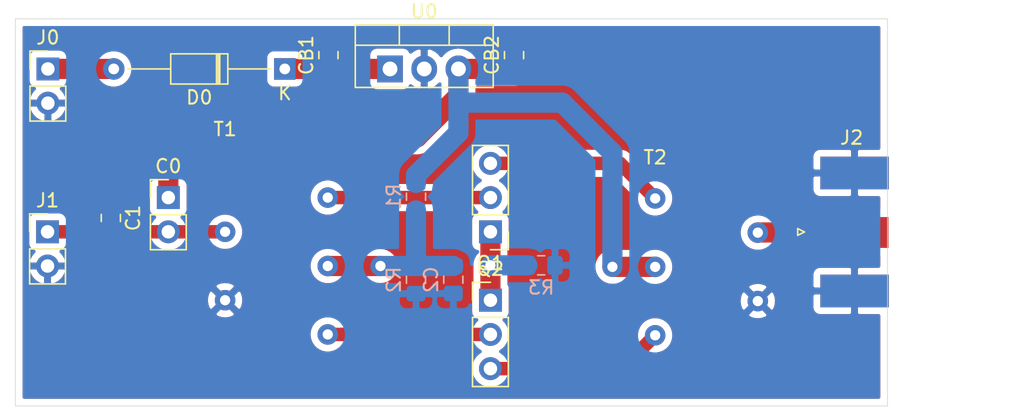
<source format=kicad_pcb>
(kicad_pcb (version 20171130) (host pcbnew "(5.1.5)-3")

  (general
    (thickness 1.6)
    (drawings 4)
    (tracks 47)
    (zones 0)
    (modules 17)
    (nets 13)
  )

  (page A4)
  (layers
    (0 F.Cu signal)
    (31 B.Cu signal)
    (32 B.Adhes user hide)
    (33 F.Adhes user hide)
    (34 B.Paste user hide)
    (35 F.Paste user hide)
    (36 B.SilkS user hide)
    (37 F.SilkS user hide)
    (38 B.Mask user hide)
    (39 F.Mask user hide)
    (40 Dwgs.User user hide)
    (41 Cmts.User user hide)
    (42 Eco1.User user hide)
    (43 Eco2.User user hide)
    (44 Edge.Cuts user)
    (45 Margin user hide)
    (46 B.CrtYd user hide)
    (47 F.CrtYd user hide)
    (48 B.Fab user)
    (49 F.Fab user)
  )

  (setup
    (last_trace_width 1.5)
    (user_trace_width 0.6)
    (user_trace_width 1)
    (user_trace_width 1.5)
    (trace_clearance 0.2)
    (zone_clearance 0.508)
    (zone_45_only no)
    (trace_min 0.2)
    (via_size 0.8)
    (via_drill 0.4)
    (via_min_size 0.4)
    (via_min_drill 0.3)
    (user_via 1.016 0.762)
    (uvia_size 0.3)
    (uvia_drill 0.1)
    (uvias_allowed no)
    (uvia_min_size 0.2)
    (uvia_min_drill 0.1)
    (edge_width 0.05)
    (segment_width 0.2)
    (pcb_text_width 0.3)
    (pcb_text_size 1.5 1.5)
    (mod_edge_width 0.12)
    (mod_text_size 1 1)
    (mod_text_width 0.15)
    (pad_size 1.15 1.4)
    (pad_drill 0)
    (pad_to_mask_clearance 0.051)
    (solder_mask_min_width 0.25)
    (aux_axis_origin 0 0)
    (visible_elements 7FFFFFFF)
    (pcbplotparams
      (layerselection 0x01000_ffffffff)
      (usegerberextensions false)
      (usegerberattributes false)
      (usegerberadvancedattributes false)
      (creategerberjobfile false)
      (excludeedgelayer true)
      (linewidth 0.100000)
      (plotframeref false)
      (viasonmask false)
      (mode 1)
      (useauxorigin false)
      (hpglpennumber 1)
      (hpglpenspeed 20)
      (hpglpendiameter 15.000000)
      (psnegative false)
      (psa4output false)
      (plotreference true)
      (plotvalue true)
      (plotinvisibletext false)
      (padsonsilk false)
      (subtractmaskfromsilk false)
      (outputformat 1)
      (mirror false)
      (drillshape 0)
      (scaleselection 1)
      (outputdirectory "./"))
  )

  (net 0 "")
  (net 1 "Net-(C0-Pad2)")
  (net 2 "Net-(C0-Pad1)")
  (net 3 "Net-(C2-Pad1)")
  (net 4 GND)
  (net 5 "Net-(D0-Pad2)")
  (net 6 "Net-(Q1-Pad1)")
  (net 7 "Net-(Q1-Pad2)")
  (net 8 "Net-(Q1-Pad3)")
  (net 9 "Net-(Q2-Pad2)")
  (net 10 "Net-(CB1-Pad1)")
  (net 11 "Net-(Q2-Pad3)")
  (net 12 "Net-(J2-Pad1)")

  (net_class Default "This is the default net class."
    (clearance 0.2)
    (trace_width 0.25)
    (via_dia 0.8)
    (via_drill 0.4)
    (uvia_dia 0.3)
    (uvia_drill 0.1)
    (add_net GND)
    (add_net "Net-(C0-Pad1)")
    (add_net "Net-(C0-Pad2)")
    (add_net "Net-(C2-Pad1)")
    (add_net "Net-(CB1-Pad1)")
    (add_net "Net-(D0-Pad2)")
    (add_net "Net-(J2-Pad1)")
    (add_net "Net-(Q1-Pad1)")
    (add_net "Net-(Q1-Pad2)")
    (add_net "Net-(Q1-Pad3)")
    (add_net "Net-(Q2-Pad2)")
    (add_net "Net-(Q2-Pad3)")
  )

  (module Connector_PinHeader_2.54mm:PinHeader_1x03_P2.54mm_Vertical (layer F.Cu) (tedit 59FED5CC) (tstamp 5E23E941)
    (at 51.5239 57.4294)
    (descr "Through hole straight pin header, 1x03, 2.54mm pitch, single row")
    (tags "Through hole pin header THT 1x03 2.54mm single row")
    (path /5E24B445)
    (fp_text reference Q2 (at 0 -2.33) (layer F.SilkS)
      (effects (font (size 1 1) (thickness 0.15)))
    )
    (fp_text value PNP (at 0 7.41) (layer F.Fab)
      (effects (font (size 1 1) (thickness 0.15)))
    )
    (fp_text user %R (at 0 2.54 90) (layer F.Fab)
      (effects (font (size 1 1) (thickness 0.15)))
    )
    (fp_line (start 1.8 -1.8) (end -1.8 -1.8) (layer F.CrtYd) (width 0.05))
    (fp_line (start 1.8 6.85) (end 1.8 -1.8) (layer F.CrtYd) (width 0.05))
    (fp_line (start -1.8 6.85) (end 1.8 6.85) (layer F.CrtYd) (width 0.05))
    (fp_line (start -1.8 -1.8) (end -1.8 6.85) (layer F.CrtYd) (width 0.05))
    (fp_line (start -1.33 -1.33) (end 0 -1.33) (layer F.SilkS) (width 0.12))
    (fp_line (start -1.33 0) (end -1.33 -1.33) (layer F.SilkS) (width 0.12))
    (fp_line (start -1.33 1.27) (end 1.33 1.27) (layer F.SilkS) (width 0.12))
    (fp_line (start 1.33 1.27) (end 1.33 6.41) (layer F.SilkS) (width 0.12))
    (fp_line (start -1.33 1.27) (end -1.33 6.41) (layer F.SilkS) (width 0.12))
    (fp_line (start -1.33 6.41) (end 1.33 6.41) (layer F.SilkS) (width 0.12))
    (fp_line (start -1.27 -0.635) (end -0.635 -1.27) (layer F.Fab) (width 0.1))
    (fp_line (start -1.27 6.35) (end -1.27 -0.635) (layer F.Fab) (width 0.1))
    (fp_line (start 1.27 6.35) (end -1.27 6.35) (layer F.Fab) (width 0.1))
    (fp_line (start 1.27 -1.27) (end 1.27 6.35) (layer F.Fab) (width 0.1))
    (fp_line (start -0.635 -1.27) (end 1.27 -1.27) (layer F.Fab) (width 0.1))
    (pad 3 thru_hole oval (at 0 5.08) (size 1.7 1.7) (drill 1) (layers *.Cu *.Mask)
      (net 11 "Net-(Q2-Pad3)"))
    (pad 2 thru_hole oval (at 0 2.54) (size 1.7 1.7) (drill 1) (layers *.Cu *.Mask)
      (net 9 "Net-(Q2-Pad2)"))
    (pad 1 thru_hole rect (at 0 0) (size 1.7 1.7) (drill 1) (layers *.Cu *.Mask)
      (net 6 "Net-(Q1-Pad1)"))
    (model ${KISYS3DMOD}/Connector_PinHeader_2.54mm.3dshapes/PinHeader_1x03_P2.54mm_Vertical.wrl
      (at (xyz 0 0 0))
      (scale (xyz 1 1 1))
      (rotate (xyz 0 0 0))
    )
  )

  (module Connector_PinHeader_2.54mm:PinHeader_1x03_P2.54mm_Vertical (layer F.Cu) (tedit 59FED5CC) (tstamp 5E23E7A9)
    (at 51.5239 52.3494 180)
    (descr "Through hole straight pin header, 1x03, 2.54mm pitch, single row")
    (tags "Through hole pin header THT 1x03 2.54mm single row")
    (path /5E24A73C)
    (fp_text reference Q1 (at 0 -2.33) (layer F.SilkS)
      (effects (font (size 1 1) (thickness 0.15)))
    )
    (fp_text value NPN (at 0 7.41) (layer F.Fab)
      (effects (font (size 1 1) (thickness 0.15)))
    )
    (fp_text user %R (at 0 2.54 90) (layer F.Fab)
      (effects (font (size 1 1) (thickness 0.15)))
    )
    (fp_line (start 1.8 -1.8) (end -1.8 -1.8) (layer F.CrtYd) (width 0.05))
    (fp_line (start 1.8 6.85) (end 1.8 -1.8) (layer F.CrtYd) (width 0.05))
    (fp_line (start -1.8 6.85) (end 1.8 6.85) (layer F.CrtYd) (width 0.05))
    (fp_line (start -1.8 -1.8) (end -1.8 6.85) (layer F.CrtYd) (width 0.05))
    (fp_line (start -1.33 -1.33) (end 0 -1.33) (layer F.SilkS) (width 0.12))
    (fp_line (start -1.33 0) (end -1.33 -1.33) (layer F.SilkS) (width 0.12))
    (fp_line (start -1.33 1.27) (end 1.33 1.27) (layer F.SilkS) (width 0.12))
    (fp_line (start 1.33 1.27) (end 1.33 6.41) (layer F.SilkS) (width 0.12))
    (fp_line (start -1.33 1.27) (end -1.33 6.41) (layer F.SilkS) (width 0.12))
    (fp_line (start -1.33 6.41) (end 1.33 6.41) (layer F.SilkS) (width 0.12))
    (fp_line (start -1.27 -0.635) (end -0.635 -1.27) (layer F.Fab) (width 0.1))
    (fp_line (start -1.27 6.35) (end -1.27 -0.635) (layer F.Fab) (width 0.1))
    (fp_line (start 1.27 6.35) (end -1.27 6.35) (layer F.Fab) (width 0.1))
    (fp_line (start 1.27 -1.27) (end 1.27 6.35) (layer F.Fab) (width 0.1))
    (fp_line (start -0.635 -1.27) (end 1.27 -1.27) (layer F.Fab) (width 0.1))
    (pad 3 thru_hole oval (at 0 5.08 180) (size 1.7 1.7) (drill 1) (layers *.Cu *.Mask)
      (net 8 "Net-(Q1-Pad3)"))
    (pad 2 thru_hole oval (at 0 2.54 180) (size 1.7 1.7) (drill 1) (layers *.Cu *.Mask)
      (net 7 "Net-(Q1-Pad2)"))
    (pad 1 thru_hole rect (at 0 0 180) (size 1.7 1.7) (drill 1) (layers *.Cu *.Mask)
      (net 6 "Net-(Q1-Pad1)"))
    (model ${KISYS3DMOD}/Connector_PinHeader_2.54mm.3dshapes/PinHeader_1x03_P2.54mm_Vertical.wrl
      (at (xyz 0 0 0))
      (scale (xyz 1 1 1))
      (rotate (xyz 0 0 0))
    )
  )

  (module Connector_Coaxial:SMA_Molex_73251-1153_EdgeMount_Horizontal (layer F.Cu) (tedit 5E236995) (tstamp 5E23FB1F)
    (at 76.835 52.3621 180)
    (descr "Molex SMA RF Connectors, Edge Mount, (http://www.molex.com/pdm_docs/sd/732511150_sd.pdf)")
    (tags "sma edge")
    (path /5E223177)
    (attr smd)
    (fp_text reference J2 (at -1.5 7 180) (layer F.SilkS)
      (effects (font (size 1 1) (thickness 0.15)))
    )
    (fp_text value "SMA Connector" (at -1.72 -7.11 180) (layer F.Fab)
      (effects (font (size 1 1) (thickness 0.15)))
    )
    (fp_line (start -5.91 4.76) (end 0.49 4.76) (layer F.Fab) (width 0.1))
    (fp_line (start -5.91 -4.76) (end -5.91 4.76) (layer F.Fab) (width 0.1))
    (fp_line (start 0.49 -4.76) (end -5.91 -4.76) (layer F.Fab) (width 0.1))
    (fp_line (start -4.76 -3.75) (end -4.76 3.75) (layer F.Fab) (width 0.1))
    (fp_line (start -13.79 2.65) (end -5.91 2.65) (layer F.Fab) (width 0.1))
    (fp_line (start -13.79 -2.65) (end -13.79 2.65) (layer F.Fab) (width 0.1))
    (fp_line (start -13.79 -2.65) (end -5.91 -2.65) (layer F.Fab) (width 0.1))
    (fp_line (start -4.76 3.75) (end 0.49 3.75) (layer F.Fab) (width 0.1))
    (fp_line (start -4.76 -3.75) (end 0.49 -3.75) (layer F.Fab) (width 0.1))
    (fp_line (start 2.71 -6.09) (end -14.29 -6.09) (layer F.CrtYd) (width 0.05))
    (fp_line (start 2.71 -6.09) (end 2.71 6.09) (layer F.CrtYd) (width 0.05))
    (fp_line (start -14.29 6.09) (end 2.71 6.09) (layer B.CrtYd) (width 0.05))
    (fp_line (start -14.29 -6.09) (end -14.29 6.09) (layer B.CrtYd) (width 0.05))
    (fp_line (start -14.29 -6.09) (end 2.71 -6.09) (layer B.CrtYd) (width 0.05))
    (fp_line (start 2.71 -6.09) (end 2.71 6.09) (layer B.CrtYd) (width 0.05))
    (fp_line (start -14.29 6.09) (end 2.71 6.09) (layer F.CrtYd) (width 0.05))
    (fp_line (start -14.29 -6.09) (end -14.29 6.09) (layer F.CrtYd) (width 0.05))
    (fp_line (start 0.49 -4.76) (end 0.49 -3.75) (layer F.Fab) (width 0.1))
    (fp_line (start 0.49 3.75) (end 0.49 4.76) (layer F.Fab) (width 0.1))
    (fp_line (start 0.49 -0.38) (end 0.49 0.38) (layer F.Fab) (width 0.1))
    (fp_line (start -4.76 0.38) (end 0.49 0.38) (layer F.Fab) (width 0.1))
    (fp_line (start -4.76 -0.38) (end 0.49 -0.38) (layer F.Fab) (width 0.1))
    (fp_line (start 2 0) (end 2.5 -0.25) (layer F.SilkS) (width 0.12))
    (fp_line (start 2.5 -0.25) (end 2.5 0.25) (layer F.SilkS) (width 0.12))
    (fp_line (start 2.5 0.25) (end 2 0) (layer F.SilkS) (width 0.12))
    (fp_line (start 2.5 -0.25) (end 2 0) (layer F.Fab) (width 0.1))
    (fp_line (start 2 0) (end 2.5 0.25) (layer F.Fab) (width 0.1))
    (fp_line (start 2.5 0.25) (end 2.5 -0.25) (layer F.Fab) (width 0.1))
    (fp_text user %R (at -1.5 7 180) (layer F.Fab)
      (effects (font (size 1 1) (thickness 0.15)))
    )
    (pad 2 smd rect (at -1.72 4.38 180) (size 5.08 2.42) (layers B.Cu B.Paste B.Mask)
      (net 4 GND))
    (pad 2 smd rect (at -1.72 -4.38 180) (size 5.08 2.42) (layers B.Cu B.Paste B.Mask)
      (net 4 GND))
    (pad 2 smd rect (at -1.72 4.38 180) (size 5.08 2.42) (layers F.Cu F.Paste F.Mask)
      (net 4 GND))
    (pad 2 smd rect (at -1.72 -4.38 180) (size 5.08 2.42) (layers F.Cu F.Paste F.Mask)
      (net 4 GND))
    (pad 1 smd rect (at -1.7018 -0.0381 180) (size 5.08 2.29) (layers F.Cu F.Paste F.Mask)
      (net 12 "Net-(J2-Pad1)"))
    (model ${KISYS3DMOD}/Connector_Coaxial.3dshapes/SMA_Molex_73251-1153_EdgeMount_Horizontal.wrl
      (at (xyz 0 0 0))
      (scale (xyz 1 1 1))
      (rotate (xyz 0 0 0))
    )
  )

  (module Capacitor_SMD:C_0805_2012Metric_Pad1.15x1.40mm_HandSolder (layer F.Cu) (tedit 5B36C52B) (tstamp 5E23C4EE)
    (at 39.497 39.234 90)
    (descr "Capacitor SMD 0805 (2012 Metric), square (rectangular) end terminal, IPC_7351 nominal with elongated pad for handsoldering. (Body size source: https://docs.google.com/spreadsheets/d/1BsfQQcO9C6DZCsRaXUlFlo91Tg2WpOkGARC1WS5S8t0/edit?usp=sharing), generated with kicad-footprint-generator")
    (tags "capacitor handsolder")
    (path /5E24EE28)
    (attr smd)
    (fp_text reference CB1 (at 0 -1.65 90) (layer F.SilkS)
      (effects (font (size 1 1) (thickness 0.15)))
    )
    (fp_text value "100 nF" (at 0 1.65 90) (layer F.Fab)
      (effects (font (size 1 1) (thickness 0.15)))
    )
    (fp_text user %R (at 0 0 90) (layer F.Fab)
      (effects (font (size 0.5 0.5) (thickness 0.08)))
    )
    (fp_line (start 1.85 0.95) (end -1.85 0.95) (layer F.CrtYd) (width 0.05))
    (fp_line (start 1.85 -0.95) (end 1.85 0.95) (layer F.CrtYd) (width 0.05))
    (fp_line (start -1.85 -0.95) (end 1.85 -0.95) (layer F.CrtYd) (width 0.05))
    (fp_line (start -1.85 0.95) (end -1.85 -0.95) (layer F.CrtYd) (width 0.05))
    (fp_line (start -0.261252 0.71) (end 0.261252 0.71) (layer F.SilkS) (width 0.12))
    (fp_line (start -0.261252 -0.71) (end 0.261252 -0.71) (layer F.SilkS) (width 0.12))
    (fp_line (start 1 0.6) (end -1 0.6) (layer F.Fab) (width 0.1))
    (fp_line (start 1 -0.6) (end 1 0.6) (layer F.Fab) (width 0.1))
    (fp_line (start -1 -0.6) (end 1 -0.6) (layer F.Fab) (width 0.1))
    (fp_line (start -1 0.6) (end -1 -0.6) (layer F.Fab) (width 0.1))
    (pad 2 smd roundrect (at 1.025 0 90) (size 1.15 1.4) (layers F.Cu F.Paste F.Mask) (roundrect_rratio 0.217391)
      (net 4 GND))
    (pad 1 smd roundrect (at -1.025 0 90) (size 1.15 1.4) (layers F.Cu F.Paste F.Mask) (roundrect_rratio 0.217391)
      (net 10 "Net-(CB1-Pad1)"))
    (model ${KISYS3DMOD}/Capacitor_SMD.3dshapes/C_0805_2012Metric.wrl
      (at (xyz 0 0 0))
      (scale (xyz 1 1 1))
      (rotate (xyz 0 0 0))
    )
  )

  (module Connector_PinHeader_2.54mm:PinHeader_1x02_P2.54mm_Vertical (layer F.Cu) (tedit 59FED5CC) (tstamp 5E23E537)
    (at 27.6098 49.8094)
    (descr "Through hole straight pin header, 1x02, 2.54mm pitch, single row")
    (tags "Through hole pin header THT 1x02 2.54mm single row")
    (path /5E20026A)
    (fp_text reference C0 (at 0 -2.33) (layer F.SilkS)
      (effects (font (size 1 1) (thickness 0.15)))
    )
    (fp_text value "10 uF" (at 0 4.87) (layer F.Fab)
      (effects (font (size 1 1) (thickness 0.15)))
    )
    (fp_text user %R (at 0 1.27 90) (layer F.Fab)
      (effects (font (size 1 1) (thickness 0.15)))
    )
    (fp_line (start 1.8 -1.8) (end -1.8 -1.8) (layer F.CrtYd) (width 0.05))
    (fp_line (start 1.8 4.35) (end 1.8 -1.8) (layer F.CrtYd) (width 0.05))
    (fp_line (start -1.8 4.35) (end 1.8 4.35) (layer F.CrtYd) (width 0.05))
    (fp_line (start -1.8 -1.8) (end -1.8 4.35) (layer F.CrtYd) (width 0.05))
    (fp_line (start -1.33 -1.33) (end 0 -1.33) (layer F.SilkS) (width 0.12))
    (fp_line (start -1.33 0) (end -1.33 -1.33) (layer F.SilkS) (width 0.12))
    (fp_line (start -1.33 1.27) (end 1.33 1.27) (layer F.SilkS) (width 0.12))
    (fp_line (start 1.33 1.27) (end 1.33 3.87) (layer F.SilkS) (width 0.12))
    (fp_line (start -1.33 1.27) (end -1.33 3.87) (layer F.SilkS) (width 0.12))
    (fp_line (start -1.33 3.87) (end 1.33 3.87) (layer F.SilkS) (width 0.12))
    (fp_line (start -1.27 -0.635) (end -0.635 -1.27) (layer F.Fab) (width 0.1))
    (fp_line (start -1.27 3.81) (end -1.27 -0.635) (layer F.Fab) (width 0.1))
    (fp_line (start 1.27 3.81) (end -1.27 3.81) (layer F.Fab) (width 0.1))
    (fp_line (start 1.27 -1.27) (end 1.27 3.81) (layer F.Fab) (width 0.1))
    (fp_line (start -0.635 -1.27) (end 1.27 -1.27) (layer F.Fab) (width 0.1))
    (pad 2 thru_hole oval (at 0 2.54) (size 1.7 1.7) (drill 1) (layers *.Cu *.Mask)
      (net 1 "Net-(C0-Pad2)"))
    (pad 1 thru_hole rect (at 0 0) (size 1.7 1.7) (drill 1) (layers *.Cu *.Mask)
      (net 2 "Net-(C0-Pad1)"))
    (model ${KISYS3DMOD}/Connector_PinHeader_2.54mm.3dshapes/PinHeader_1x02_P2.54mm_Vertical.wrl
      (at (xyz 0 0 0))
      (scale (xyz 1 1 1))
      (rotate (xyz 0 0 0))
    )
  )

  (module Capacitor_SMD:C_0805_2012Metric_Pad1.15x1.40mm_HandSolder (layer F.Cu) (tedit 5B36C52B) (tstamp 5E217B42)
    (at 23.3426 51.3244 270)
    (descr "Capacitor SMD 0805 (2012 Metric), square (rectangular) end terminal, IPC_7351 nominal with elongated pad for handsoldering. (Body size source: https://docs.google.com/spreadsheets/d/1BsfQQcO9C6DZCsRaXUlFlo91Tg2WpOkGARC1WS5S8t0/edit?usp=sharing), generated with kicad-footprint-generator")
    (tags "capacitor handsolder")
    (path /5E1FF59D)
    (attr smd)
    (fp_text reference C1 (at 0 -1.65 90) (layer F.SilkS)
      (effects (font (size 1 1) (thickness 0.15)))
    )
    (fp_text value "10 nF" (at 0 1.65 90) (layer F.Fab)
      (effects (font (size 1 1) (thickness 0.15)))
    )
    (fp_text user %R (at 0 0 90) (layer F.Fab)
      (effects (font (size 0.5 0.5) (thickness 0.08)))
    )
    (fp_line (start 1.85 0.95) (end -1.85 0.95) (layer F.CrtYd) (width 0.05))
    (fp_line (start 1.85 -0.95) (end 1.85 0.95) (layer F.CrtYd) (width 0.05))
    (fp_line (start -1.85 -0.95) (end 1.85 -0.95) (layer F.CrtYd) (width 0.05))
    (fp_line (start -1.85 0.95) (end -1.85 -0.95) (layer F.CrtYd) (width 0.05))
    (fp_line (start -0.261252 0.71) (end 0.261252 0.71) (layer F.SilkS) (width 0.12))
    (fp_line (start -0.261252 -0.71) (end 0.261252 -0.71) (layer F.SilkS) (width 0.12))
    (fp_line (start 1 0.6) (end -1 0.6) (layer F.Fab) (width 0.1))
    (fp_line (start 1 -0.6) (end 1 0.6) (layer F.Fab) (width 0.1))
    (fp_line (start -1 -0.6) (end 1 -0.6) (layer F.Fab) (width 0.1))
    (fp_line (start -1 0.6) (end -1 -0.6) (layer F.Fab) (width 0.1))
    (pad 2 smd roundrect (at 1.025 0 270) (size 1.15 1.4) (layers F.Cu F.Paste F.Mask) (roundrect_rratio 0.217391)
      (net 1 "Net-(C0-Pad2)"))
    (pad 1 smd roundrect (at -1.025 0 270) (size 1.15 1.4) (layers F.Cu F.Paste F.Mask) (roundrect_rratio 0.217391)
      (net 2 "Net-(C0-Pad1)"))
    (model ${KISYS3DMOD}/Capacitor_SMD.3dshapes/C_0805_2012Metric.wrl
      (at (xyz 0 0 0))
      (scale (xyz 1 1 1))
      (rotate (xyz 0 0 0))
    )
  )

  (module Capacitor_SMD:C_0805_2012Metric_Pad1.15x1.40mm_HandSolder (layer B.Cu) (tedit 5B36C52B) (tstamp 5E217B53)
    (at 48.768 55.9054 270)
    (descr "Capacitor SMD 0805 (2012 Metric), square (rectangular) end terminal, IPC_7351 nominal with elongated pad for handsoldering. (Body size source: https://docs.google.com/spreadsheets/d/1BsfQQcO9C6DZCsRaXUlFlo91Tg2WpOkGARC1WS5S8t0/edit?usp=sharing), generated with kicad-footprint-generator")
    (tags "capacitor handsolder")
    (path /5E2048FE)
    (attr smd)
    (fp_text reference C2 (at 0 1.65 90) (layer B.SilkS)
      (effects (font (size 1 1) (thickness 0.15)) (justify mirror))
    )
    (fp_text value "22 nF" (at 0 -1.65 90) (layer B.Fab)
      (effects (font (size 1 1) (thickness 0.15)) (justify mirror))
    )
    (fp_text user %R (at 0 0 90) (layer B.Fab)
      (effects (font (size 0.5 0.5) (thickness 0.08)) (justify mirror))
    )
    (fp_line (start 1.85 -0.95) (end -1.85 -0.95) (layer B.CrtYd) (width 0.05))
    (fp_line (start 1.85 0.95) (end 1.85 -0.95) (layer B.CrtYd) (width 0.05))
    (fp_line (start -1.85 0.95) (end 1.85 0.95) (layer B.CrtYd) (width 0.05))
    (fp_line (start -1.85 -0.95) (end -1.85 0.95) (layer B.CrtYd) (width 0.05))
    (fp_line (start -0.261252 -0.71) (end 0.261252 -0.71) (layer B.SilkS) (width 0.12))
    (fp_line (start -0.261252 0.71) (end 0.261252 0.71) (layer B.SilkS) (width 0.12))
    (fp_line (start 1 -0.6) (end -1 -0.6) (layer B.Fab) (width 0.1))
    (fp_line (start 1 0.6) (end 1 -0.6) (layer B.Fab) (width 0.1))
    (fp_line (start -1 0.6) (end 1 0.6) (layer B.Fab) (width 0.1))
    (fp_line (start -1 -0.6) (end -1 0.6) (layer B.Fab) (width 0.1))
    (pad 2 smd roundrect (at 1.025 0 270) (size 1.15 1.4) (layers B.Cu B.Paste B.Mask) (roundrect_rratio 0.217391)
      (net 4 GND))
    (pad 1 smd roundrect (at -1.025 0 270) (size 1.15 1.4) (layers B.Cu B.Paste B.Mask) (roundrect_rratio 0.217391)
      (net 3 "Net-(C2-Pad1)"))
    (model ${KISYS3DMOD}/Capacitor_SMD.3dshapes/C_0805_2012Metric.wrl
      (at (xyz 0 0 0))
      (scale (xyz 1 1 1))
      (rotate (xyz 0 0 0))
    )
  )

  (module Capacitor_SMD:C_0805_2012Metric_Pad1.15x1.40mm_HandSolder (layer F.Cu) (tedit 5B36C52B) (tstamp 5E217B64)
    (at 53.2765 39.234 90)
    (descr "Capacitor SMD 0805 (2012 Metric), square (rectangular) end terminal, IPC_7351 nominal with elongated pad for handsoldering. (Body size source: https://docs.google.com/spreadsheets/d/1BsfQQcO9C6DZCsRaXUlFlo91Tg2WpOkGARC1WS5S8t0/edit?usp=sharing), generated with kicad-footprint-generator")
    (tags "capacitor handsolder")
    (path /5E21098F)
    (attr smd)
    (fp_text reference CB2 (at 0 -1.65 90) (layer F.SilkS)
      (effects (font (size 1 1) (thickness 0.15)))
    )
    (fp_text value "100 nF" (at 0 1.65 90) (layer F.Fab)
      (effects (font (size 1 1) (thickness 0.15)))
    )
    (fp_text user %R (at 0 0 90) (layer F.Fab)
      (effects (font (size 0.5 0.5) (thickness 0.08)))
    )
    (fp_line (start 1.85 0.95) (end -1.85 0.95) (layer F.CrtYd) (width 0.05))
    (fp_line (start 1.85 -0.95) (end 1.85 0.95) (layer F.CrtYd) (width 0.05))
    (fp_line (start -1.85 -0.95) (end 1.85 -0.95) (layer F.CrtYd) (width 0.05))
    (fp_line (start -1.85 0.95) (end -1.85 -0.95) (layer F.CrtYd) (width 0.05))
    (fp_line (start -0.261252 0.71) (end 0.261252 0.71) (layer F.SilkS) (width 0.12))
    (fp_line (start -0.261252 -0.71) (end 0.261252 -0.71) (layer F.SilkS) (width 0.12))
    (fp_line (start 1 0.6) (end -1 0.6) (layer F.Fab) (width 0.1))
    (fp_line (start 1 -0.6) (end 1 0.6) (layer F.Fab) (width 0.1))
    (fp_line (start -1 -0.6) (end 1 -0.6) (layer F.Fab) (width 0.1))
    (fp_line (start -1 0.6) (end -1 -0.6) (layer F.Fab) (width 0.1))
    (pad 2 smd roundrect (at 1.025 0 90) (size 1.15 1.4) (layers F.Cu F.Paste F.Mask) (roundrect_rratio 0.217391)
      (net 4 GND))
    (pad 1 smd roundrect (at -1.025 0 90) (size 1.15 1.4) (layers F.Cu F.Paste F.Mask) (roundrect_rratio 0.217391)
      (net 2 "Net-(C0-Pad1)"))
    (model ${KISYS3DMOD}/Capacitor_SMD.3dshapes/C_0805_2012Metric.wrl
      (at (xyz 0 0 0))
      (scale (xyz 1 1 1))
      (rotate (xyz 0 0 0))
    )
  )

  (module Diode_THT:D_DO-35_SOD27_P12.70mm_Horizontal (layer F.Cu) (tedit 5AE50CD5) (tstamp 5E218439)
    (at 36.2585 40.259 180)
    (descr "Diode, DO-35_SOD27 series, Axial, Horizontal, pin pitch=12.7mm, , length*diameter=4*2mm^2, , http://www.diodes.com/_files/packages/DO-35.pdf")
    (tags "Diode DO-35_SOD27 series Axial Horizontal pin pitch 12.7mm  length 4mm diameter 2mm")
    (path /5E227B7F)
    (fp_text reference D0 (at 6.35 -2.12) (layer F.SilkS)
      (effects (font (size 1 1) (thickness 0.15)))
    )
    (fp_text value 1N4001 (at 6.35 2.12) (layer F.Fab)
      (effects (font (size 1 1) (thickness 0.15)))
    )
    (fp_text user K (at 0 -1.8) (layer F.SilkS)
      (effects (font (size 1 1) (thickness 0.15)))
    )
    (fp_text user K (at 0 -1.8) (layer F.Fab)
      (effects (font (size 1 1) (thickness 0.15)))
    )
    (fp_text user %R (at 6.65 0) (layer F.Fab)
      (effects (font (size 0.8 0.8) (thickness 0.12)))
    )
    (fp_line (start 13.75 -1.25) (end -1.05 -1.25) (layer F.CrtYd) (width 0.05))
    (fp_line (start 13.75 1.25) (end 13.75 -1.25) (layer F.CrtYd) (width 0.05))
    (fp_line (start -1.05 1.25) (end 13.75 1.25) (layer F.CrtYd) (width 0.05))
    (fp_line (start -1.05 -1.25) (end -1.05 1.25) (layer F.CrtYd) (width 0.05))
    (fp_line (start 4.83 -1.12) (end 4.83 1.12) (layer F.SilkS) (width 0.12))
    (fp_line (start 5.07 -1.12) (end 5.07 1.12) (layer F.SilkS) (width 0.12))
    (fp_line (start 4.95 -1.12) (end 4.95 1.12) (layer F.SilkS) (width 0.12))
    (fp_line (start 11.66 0) (end 8.47 0) (layer F.SilkS) (width 0.12))
    (fp_line (start 1.04 0) (end 4.23 0) (layer F.SilkS) (width 0.12))
    (fp_line (start 8.47 -1.12) (end 4.23 -1.12) (layer F.SilkS) (width 0.12))
    (fp_line (start 8.47 1.12) (end 8.47 -1.12) (layer F.SilkS) (width 0.12))
    (fp_line (start 4.23 1.12) (end 8.47 1.12) (layer F.SilkS) (width 0.12))
    (fp_line (start 4.23 -1.12) (end 4.23 1.12) (layer F.SilkS) (width 0.12))
    (fp_line (start 4.85 -1) (end 4.85 1) (layer F.Fab) (width 0.1))
    (fp_line (start 5.05 -1) (end 5.05 1) (layer F.Fab) (width 0.1))
    (fp_line (start 4.95 -1) (end 4.95 1) (layer F.Fab) (width 0.1))
    (fp_line (start 12.7 0) (end 8.35 0) (layer F.Fab) (width 0.1))
    (fp_line (start 0 0) (end 4.35 0) (layer F.Fab) (width 0.1))
    (fp_line (start 8.35 -1) (end 4.35 -1) (layer F.Fab) (width 0.1))
    (fp_line (start 8.35 1) (end 8.35 -1) (layer F.Fab) (width 0.1))
    (fp_line (start 4.35 1) (end 8.35 1) (layer F.Fab) (width 0.1))
    (fp_line (start 4.35 -1) (end 4.35 1) (layer F.Fab) (width 0.1))
    (pad 2 thru_hole oval (at 12.7 0 180) (size 1.6 1.6) (drill 0.8) (layers *.Cu *.Mask)
      (net 5 "Net-(D0-Pad2)"))
    (pad 1 thru_hole rect (at 0 0 180) (size 1.6 1.6) (drill 0.8) (layers *.Cu *.Mask)
      (net 10 "Net-(CB1-Pad1)"))
    (model ${KISYS3DMOD}/Diode_THT.3dshapes/D_DO-35_SOD27_P12.70mm_Horizontal.wrl
      (at (xyz 0 0 0))
      (scale (xyz 1 1 1))
      (rotate (xyz 0 0 0))
    )
  )

  (module Connector_PinHeader_2.54mm:PinHeader_1x02_P2.54mm_Vertical (layer F.Cu) (tedit 59FED5CC) (tstamp 5E217BCC)
    (at 18.669 40.259)
    (descr "Through hole straight pin header, 1x02, 2.54mm pitch, single row")
    (tags "Through hole pin header THT 1x02 2.54mm single row")
    (path /5E22903C)
    (fp_text reference J0 (at 0 -2.33) (layer F.SilkS)
      (effects (font (size 1 1) (thickness 0.15)))
    )
    (fp_text value Power (at 0 4.87) (layer F.Fab)
      (effects (font (size 1 1) (thickness 0.15)))
    )
    (fp_text user %R (at 0 1.27 90) (layer F.Fab)
      (effects (font (size 1 1) (thickness 0.15)))
    )
    (fp_line (start 1.8 -1.8) (end -1.8 -1.8) (layer F.CrtYd) (width 0.05))
    (fp_line (start 1.8 4.35) (end 1.8 -1.8) (layer F.CrtYd) (width 0.05))
    (fp_line (start -1.8 4.35) (end 1.8 4.35) (layer F.CrtYd) (width 0.05))
    (fp_line (start -1.8 -1.8) (end -1.8 4.35) (layer F.CrtYd) (width 0.05))
    (fp_line (start -1.33 -1.33) (end 0 -1.33) (layer F.SilkS) (width 0.12))
    (fp_line (start -1.33 0) (end -1.33 -1.33) (layer F.SilkS) (width 0.12))
    (fp_line (start -1.33 1.27) (end 1.33 1.27) (layer F.SilkS) (width 0.12))
    (fp_line (start 1.33 1.27) (end 1.33 3.87) (layer F.SilkS) (width 0.12))
    (fp_line (start -1.33 1.27) (end -1.33 3.87) (layer F.SilkS) (width 0.12))
    (fp_line (start -1.33 3.87) (end 1.33 3.87) (layer F.SilkS) (width 0.12))
    (fp_line (start -1.27 -0.635) (end -0.635 -1.27) (layer F.Fab) (width 0.1))
    (fp_line (start -1.27 3.81) (end -1.27 -0.635) (layer F.Fab) (width 0.1))
    (fp_line (start 1.27 3.81) (end -1.27 3.81) (layer F.Fab) (width 0.1))
    (fp_line (start 1.27 -1.27) (end 1.27 3.81) (layer F.Fab) (width 0.1))
    (fp_line (start -0.635 -1.27) (end 1.27 -1.27) (layer F.Fab) (width 0.1))
    (pad 2 thru_hole oval (at 0 2.54) (size 1.7 1.7) (drill 1) (layers *.Cu *.Mask)
      (net 4 GND))
    (pad 1 thru_hole rect (at 0 0) (size 1.7 1.7) (drill 1) (layers *.Cu *.Mask)
      (net 5 "Net-(D0-Pad2)"))
    (model ${KISYS3DMOD}/Connector_PinHeader_2.54mm.3dshapes/PinHeader_1x02_P2.54mm_Vertical.wrl
      (at (xyz 0 0 0))
      (scale (xyz 1 1 1))
      (rotate (xyz 0 0 0))
    )
  )

  (module Connector_PinHeader_2.54mm:PinHeader_1x02_P2.54mm_Vertical (layer F.Cu) (tedit 59FED5CC) (tstamp 5E218F5E)
    (at 18.6436 52.3494)
    (descr "Through hole straight pin header, 1x02, 2.54mm pitch, single row")
    (tags "Through hole pin header THT 1x02 2.54mm single row")
    (path /5E1FDD36)
    (fp_text reference J1 (at 0 -2.33) (layer F.SilkS)
      (effects (font (size 1 1) (thickness 0.15)))
    )
    (fp_text value "Signal In" (at 0 4.87) (layer F.Fab)
      (effects (font (size 1 1) (thickness 0.15)))
    )
    (fp_text user %R (at 0 1.27 90) (layer F.Fab)
      (effects (font (size 1 1) (thickness 0.15)))
    )
    (fp_line (start 1.8 -1.8) (end -1.8 -1.8) (layer F.CrtYd) (width 0.05))
    (fp_line (start 1.8 4.35) (end 1.8 -1.8) (layer F.CrtYd) (width 0.05))
    (fp_line (start -1.8 4.35) (end 1.8 4.35) (layer F.CrtYd) (width 0.05))
    (fp_line (start -1.8 -1.8) (end -1.8 4.35) (layer F.CrtYd) (width 0.05))
    (fp_line (start -1.33 -1.33) (end 0 -1.33) (layer F.SilkS) (width 0.12))
    (fp_line (start -1.33 0) (end -1.33 -1.33) (layer F.SilkS) (width 0.12))
    (fp_line (start -1.33 1.27) (end 1.33 1.27) (layer F.SilkS) (width 0.12))
    (fp_line (start 1.33 1.27) (end 1.33 3.87) (layer F.SilkS) (width 0.12))
    (fp_line (start -1.33 1.27) (end -1.33 3.87) (layer F.SilkS) (width 0.12))
    (fp_line (start -1.33 3.87) (end 1.33 3.87) (layer F.SilkS) (width 0.12))
    (fp_line (start -1.27 -0.635) (end -0.635 -1.27) (layer F.Fab) (width 0.1))
    (fp_line (start -1.27 3.81) (end -1.27 -0.635) (layer F.Fab) (width 0.1))
    (fp_line (start 1.27 3.81) (end -1.27 3.81) (layer F.Fab) (width 0.1))
    (fp_line (start 1.27 -1.27) (end 1.27 3.81) (layer F.Fab) (width 0.1))
    (fp_line (start -0.635 -1.27) (end 1.27 -1.27) (layer F.Fab) (width 0.1))
    (pad 2 thru_hole oval (at 0 2.54) (size 1.7 1.7) (drill 1) (layers *.Cu *.Mask)
      (net 4 GND))
    (pad 1 thru_hole rect (at 0 0) (size 1.7 1.7) (drill 1) (layers *.Cu *.Mask)
      (net 1 "Net-(C0-Pad2)"))
    (model ${KISYS3DMOD}/Connector_PinHeader_2.54mm.3dshapes/PinHeader_1x02_P2.54mm_Vertical.wrl
      (at (xyz 0 0 0))
      (scale (xyz 1 1 1))
      (rotate (xyz 0 0 0))
    )
  )

  (module Resistor_SMD:R_0805_2012Metric_Pad1.15x1.40mm_HandSolder (layer B.Cu) (tedit 5B36C52B) (tstamp 5E23F159)
    (at 45.9994 49.7422 270)
    (descr "Resistor SMD 0805 (2012 Metric), square (rectangular) end terminal, IPC_7351 nominal with elongated pad for handsoldering. (Body size source: https://docs.google.com/spreadsheets/d/1BsfQQcO9C6DZCsRaXUlFlo91Tg2WpOkGARC1WS5S8t0/edit?usp=sharing), generated with kicad-footprint-generator")
    (tags "resistor handsolder")
    (path /5E206F73)
    (attr smd)
    (fp_text reference R1 (at 0 1.65 90) (layer B.SilkS)
      (effects (font (size 1 1) (thickness 0.15)) (justify mirror))
    )
    (fp_text value "4.7 kOhms" (at 0 -1.65 90) (layer B.Fab)
      (effects (font (size 1 1) (thickness 0.15)) (justify mirror))
    )
    (fp_text user %R (at 0 0 90) (layer B.Fab)
      (effects (font (size 0.5 0.5) (thickness 0.08)) (justify mirror))
    )
    (fp_line (start 1.85 -0.95) (end -1.85 -0.95) (layer B.CrtYd) (width 0.05))
    (fp_line (start 1.85 0.95) (end 1.85 -0.95) (layer B.CrtYd) (width 0.05))
    (fp_line (start -1.85 0.95) (end 1.85 0.95) (layer B.CrtYd) (width 0.05))
    (fp_line (start -1.85 -0.95) (end -1.85 0.95) (layer B.CrtYd) (width 0.05))
    (fp_line (start -0.261252 -0.71) (end 0.261252 -0.71) (layer B.SilkS) (width 0.12))
    (fp_line (start -0.261252 0.71) (end 0.261252 0.71) (layer B.SilkS) (width 0.12))
    (fp_line (start 1 -0.6) (end -1 -0.6) (layer B.Fab) (width 0.1))
    (fp_line (start 1 0.6) (end 1 -0.6) (layer B.Fab) (width 0.1))
    (fp_line (start -1 0.6) (end 1 0.6) (layer B.Fab) (width 0.1))
    (fp_line (start -1 -0.6) (end -1 0.6) (layer B.Fab) (width 0.1))
    (pad 2 smd roundrect (at 1.025 0 270) (size 1.15 1.4) (layers B.Cu B.Paste B.Mask) (roundrect_rratio 0.217391)
      (net 3 "Net-(C2-Pad1)"))
    (pad 1 smd roundrect (at -1.025 0 270) (size 1.15 1.4) (layers B.Cu B.Paste B.Mask) (roundrect_rratio 0.217391)
      (net 2 "Net-(C0-Pad1)"))
    (model ${KISYS3DMOD}/Resistor_SMD.3dshapes/R_0805_2012Metric.wrl
      (at (xyz 0 0 0))
      (scale (xyz 1 1 1))
      (rotate (xyz 0 0 0))
    )
  )

  (module Resistor_SMD:R_0805_2012Metric_Pad1.15x1.40mm_HandSolder (layer B.Cu) (tedit 5B36C52B) (tstamp 5E217C80)
    (at 45.9994 55.9144 270)
    (descr "Resistor SMD 0805 (2012 Metric), square (rectangular) end terminal, IPC_7351 nominal with elongated pad for handsoldering. (Body size source: https://docs.google.com/spreadsheets/d/1BsfQQcO9C6DZCsRaXUlFlo91Tg2WpOkGARC1WS5S8t0/edit?usp=sharing), generated with kicad-footprint-generator")
    (tags "resistor handsolder")
    (path /5E206863)
    (attr smd)
    (fp_text reference R2 (at 0 1.65 90) (layer B.SilkS)
      (effects (font (size 1 1) (thickness 0.15)) (justify mirror))
    )
    (fp_text value "1 kOhms" (at 0 -1.65 90) (layer B.Fab)
      (effects (font (size 1 1) (thickness 0.15)) (justify mirror))
    )
    (fp_text user %R (at 0 0 90) (layer B.Fab)
      (effects (font (size 0.5 0.5) (thickness 0.08)) (justify mirror))
    )
    (fp_line (start 1.85 -0.95) (end -1.85 -0.95) (layer B.CrtYd) (width 0.05))
    (fp_line (start 1.85 0.95) (end 1.85 -0.95) (layer B.CrtYd) (width 0.05))
    (fp_line (start -1.85 0.95) (end 1.85 0.95) (layer B.CrtYd) (width 0.05))
    (fp_line (start -1.85 -0.95) (end -1.85 0.95) (layer B.CrtYd) (width 0.05))
    (fp_line (start -0.261252 -0.71) (end 0.261252 -0.71) (layer B.SilkS) (width 0.12))
    (fp_line (start -0.261252 0.71) (end 0.261252 0.71) (layer B.SilkS) (width 0.12))
    (fp_line (start 1 -0.6) (end -1 -0.6) (layer B.Fab) (width 0.1))
    (fp_line (start 1 0.6) (end 1 -0.6) (layer B.Fab) (width 0.1))
    (fp_line (start -1 0.6) (end 1 0.6) (layer B.Fab) (width 0.1))
    (fp_line (start -1 -0.6) (end -1 0.6) (layer B.Fab) (width 0.1))
    (pad 2 smd roundrect (at 1.025 0 270) (size 1.15 1.4) (layers B.Cu B.Paste B.Mask) (roundrect_rratio 0.217391)
      (net 4 GND))
    (pad 1 smd roundrect (at -1.025 0 270) (size 1.15 1.4) (layers B.Cu B.Paste B.Mask) (roundrect_rratio 0.217391)
      (net 3 "Net-(C2-Pad1)"))
    (model ${KISYS3DMOD}/Resistor_SMD.3dshapes/R_0805_2012Metric.wrl
      (at (xyz 0 0 0))
      (scale (xyz 1 1 1))
      (rotate (xyz 0 0 0))
    )
  )

  (module Resistor_SMD:R_0805_2012Metric_Pad1.15x1.40mm_HandSolder (layer B.Cu) (tedit 5B36C52B) (tstamp 5E23EA06)
    (at 55.2921 54.8386)
    (descr "Resistor SMD 0805 (2012 Metric), square (rectangular) end terminal, IPC_7351 nominal with elongated pad for handsoldering. (Body size source: https://docs.google.com/spreadsheets/d/1BsfQQcO9C6DZCsRaXUlFlo91Tg2WpOkGARC1WS5S8t0/edit?usp=sharing), generated with kicad-footprint-generator")
    (tags "resistor handsolder")
    (path /5E213A0C)
    (attr smd)
    (fp_text reference R3 (at 0 1.65) (layer B.SilkS)
      (effects (font (size 1 1) (thickness 0.15)) (justify mirror))
    )
    (fp_text value "47 Ohms" (at 0 -1.65) (layer B.Fab)
      (effects (font (size 1 1) (thickness 0.15)) (justify mirror))
    )
    (fp_text user %R (at 0 0) (layer B.Fab)
      (effects (font (size 0.5 0.5) (thickness 0.08)) (justify mirror))
    )
    (fp_line (start 1.85 -0.95) (end -1.85 -0.95) (layer B.CrtYd) (width 0.05))
    (fp_line (start 1.85 0.95) (end 1.85 -0.95) (layer B.CrtYd) (width 0.05))
    (fp_line (start -1.85 0.95) (end 1.85 0.95) (layer B.CrtYd) (width 0.05))
    (fp_line (start -1.85 -0.95) (end -1.85 0.95) (layer B.CrtYd) (width 0.05))
    (fp_line (start -0.261252 -0.71) (end 0.261252 -0.71) (layer B.SilkS) (width 0.12))
    (fp_line (start -0.261252 0.71) (end 0.261252 0.71) (layer B.SilkS) (width 0.12))
    (fp_line (start 1 -0.6) (end -1 -0.6) (layer B.Fab) (width 0.1))
    (fp_line (start 1 0.6) (end 1 -0.6) (layer B.Fab) (width 0.1))
    (fp_line (start -1 0.6) (end 1 0.6) (layer B.Fab) (width 0.1))
    (fp_line (start -1 -0.6) (end -1 0.6) (layer B.Fab) (width 0.1))
    (pad 2 smd roundrect (at 1.025 0) (size 1.15 1.4) (layers B.Cu B.Paste B.Mask) (roundrect_rratio 0.217391)
      (net 4 GND))
    (pad 1 smd roundrect (at -1.025 0) (size 1.15 1.4) (layers B.Cu B.Paste B.Mask) (roundrect_rratio 0.217391)
      (net 6 "Net-(Q1-Pad1)"))
    (model ${KISYS3DMOD}/Resistor_SMD.3dshapes/R_0805_2012Metric.wrl
      (at (xyz 0 0 0))
      (scale (xyz 1 1 1))
      (rotate (xyz 0 0 0))
    )
  )

  (module XFormers:XFormer84Tapped (layer F.Cu) (tedit 5E1FA6C0) (tstamp 5E23E823)
    (at 31.8262 52.3494)
    (path /5E1F8F08)
    (fp_text reference T1 (at 0 -7.62) (layer F.SilkS)
      (effects (font (size 1 1) (thickness 0.15)))
    )
    (fp_text value "8:4T Xformer" (at 3.2385 -4.826) (layer F.Fab)
      (effects (font (size 1 1) (thickness 0.15)))
    )
    (pad 5 thru_hole circle (at 7.62 -2.54) (size 1.524 1.524) (drill 0.762) (layers *.Cu *.Mask)
      (net 7 "Net-(Q1-Pad2)"))
    (pad 4 thru_hole circle (at 7.62 2.54) (size 1.524 1.524) (drill 0.762) (layers *.Cu *.Mask)
      (net 3 "Net-(C2-Pad1)"))
    (pad 3 thru_hole circle (at 7.62 7.62) (size 1.524 1.524) (drill 0.762) (layers *.Cu *.Mask)
      (net 9 "Net-(Q2-Pad2)"))
    (pad 2 thru_hole circle (at 0 5.08) (size 1.524 1.524) (drill 0.762) (layers *.Cu *.Mask)
      (net 4 GND))
    (pad 1 thru_hole circle (at 0 0) (size 1.524 1.524) (drill 0.762) (layers *.Cu *.Mask)
      (net 1 "Net-(C0-Pad2)"))
  )

  (module XFormers:XFormer8Tapped4 (layer F.Cu) (tedit 5E1FA6D6) (tstamp 5E217CA3)
    (at 63.754 49.8729)
    (path /5E1FB2F5)
    (fp_text reference T2 (at 0 -3.048) (layer F.SilkS)
      (effects (font (size 1 1) (thickness 0.15)))
    )
    (fp_text value "8T:4 XFormer" (at 4.064 -3.048) (layer F.Fab)
      (effects (font (size 1 1) (thickness 0.15)))
    )
    (pad 5 thru_hole circle (at 7.62 2.54) (size 1.524 1.524) (drill 0.762) (layers *.Cu *.Mask)
      (net 12 "Net-(J2-Pad1)"))
    (pad 4 thru_hole circle (at 7.62 7.62) (size 1.524 1.524) (drill 0.762) (layers *.Cu *.Mask)
      (net 4 GND))
    (pad 3 thru_hole circle (at 0 10.16) (size 1.524 1.524) (drill 0.762) (layers *.Cu *.Mask)
      (net 11 "Net-(Q2-Pad3)"))
    (pad 2 thru_hole circle (at 0 5.08) (size 1.524 1.524) (drill 0.762) (layers *.Cu *.Mask)
      (net 2 "Net-(C0-Pad1)"))
    (pad 1 thru_hole circle (at 0 0) (size 1.524 1.524) (drill 0.762) (layers *.Cu *.Mask)
      (net 8 "Net-(Q1-Pad3)"))
  )

  (module Package_TO_SOT_THT:TO-220-3_Vertical (layer F.Cu) (tedit 5AC8BA0D) (tstamp 5E217CBD)
    (at 44.069 40.259)
    (descr "TO-220-3, Vertical, RM 2.54mm, see https://www.vishay.com/docs/66542/to-220-1.pdf")
    (tags "TO-220-3 Vertical RM 2.54mm")
    (path /5E2250BC)
    (fp_text reference U0 (at 2.54 -4.27) (layer F.SilkS)
      (effects (font (size 1 1) (thickness 0.15)))
    )
    (fp_text value L7815 (at 2.54 2.5) (layer F.Fab)
      (effects (font (size 1 1) (thickness 0.15)))
    )
    (fp_text user %R (at 2.54 -4.27) (layer F.Fab)
      (effects (font (size 1 1) (thickness 0.15)))
    )
    (fp_line (start 7.79 -3.4) (end -2.71 -3.4) (layer F.CrtYd) (width 0.05))
    (fp_line (start 7.79 1.51) (end 7.79 -3.4) (layer F.CrtYd) (width 0.05))
    (fp_line (start -2.71 1.51) (end 7.79 1.51) (layer F.CrtYd) (width 0.05))
    (fp_line (start -2.71 -3.4) (end -2.71 1.51) (layer F.CrtYd) (width 0.05))
    (fp_line (start 4.391 -3.27) (end 4.391 -1.76) (layer F.SilkS) (width 0.12))
    (fp_line (start 0.69 -3.27) (end 0.69 -1.76) (layer F.SilkS) (width 0.12))
    (fp_line (start -2.58 -1.76) (end 7.66 -1.76) (layer F.SilkS) (width 0.12))
    (fp_line (start 7.66 -3.27) (end 7.66 1.371) (layer F.SilkS) (width 0.12))
    (fp_line (start -2.58 -3.27) (end -2.58 1.371) (layer F.SilkS) (width 0.12))
    (fp_line (start -2.58 1.371) (end 7.66 1.371) (layer F.SilkS) (width 0.12))
    (fp_line (start -2.58 -3.27) (end 7.66 -3.27) (layer F.SilkS) (width 0.12))
    (fp_line (start 4.39 -3.15) (end 4.39 -1.88) (layer F.Fab) (width 0.1))
    (fp_line (start 0.69 -3.15) (end 0.69 -1.88) (layer F.Fab) (width 0.1))
    (fp_line (start -2.46 -1.88) (end 7.54 -1.88) (layer F.Fab) (width 0.1))
    (fp_line (start 7.54 -3.15) (end -2.46 -3.15) (layer F.Fab) (width 0.1))
    (fp_line (start 7.54 1.25) (end 7.54 -3.15) (layer F.Fab) (width 0.1))
    (fp_line (start -2.46 1.25) (end 7.54 1.25) (layer F.Fab) (width 0.1))
    (fp_line (start -2.46 -3.15) (end -2.46 1.25) (layer F.Fab) (width 0.1))
    (pad 3 thru_hole oval (at 5.08 0) (size 1.905 2) (drill 1.1) (layers *.Cu *.Mask)
      (net 2 "Net-(C0-Pad1)"))
    (pad 2 thru_hole oval (at 2.54 0) (size 1.905 2) (drill 1.1) (layers *.Cu *.Mask)
      (net 4 GND))
    (pad 1 thru_hole rect (at 0 0) (size 1.905 2) (drill 1.1) (layers *.Cu *.Mask)
      (net 10 "Net-(CB1-Pad1)"))
    (model ${KISYS3DMOD}/Package_TO_SOT_THT.3dshapes/TO-220-3_Vertical.wrl
      (at (xyz 0 0 0))
      (scale (xyz 1 1 1))
      (rotate (xyz 0 0 0))
    )
  )

  (gr_line (start 81 36.5379) (end 81 65.278) (layer Edge.Cuts) (width 0.05))
  (gr_line (start 16.256 65.278) (end 81 65.278) (layer Edge.Cuts) (width 0.05) (tstamp 5E239427))
  (gr_line (start 16.256 36.5379) (end 16.256 65.278) (layer Edge.Cuts) (width 0.05))
  (gr_line (start 16.256 36.5379) (end 81 36.5379) (layer Edge.Cuts) (width 0.05))

  (segment (start 18.6436 52.3494) (end 23.3426 52.3494) (width 1) (layer F.Cu) (net 1))
  (segment (start 23.3426 52.3494) (end 27.6098 52.3494) (width 1) (layer F.Cu) (net 1))
  (segment (start 27.6098 52.3494) (end 31.8262 52.3494) (width 1) (layer F.Cu) (net 1))
  (segment (start 53.2765 40.259) (end 49.149 40.259) (width 1.5) (layer F.Cu) (net 2))
  (segment (start 49.149 40.259) (end 49.149 40.3065) (width 1) (layer F.Cu) (net 2))
  (segment (start 49.149 42.259) (end 46.069 45.339) (width 1.5) (layer F.Cu) (net 2))
  (segment (start 49.149 40.259) (end 49.149 42.259) (width 1.5) (layer F.Cu) (net 2))
  (segment (start 27.6098 47.9594) (end 27.6098 49.8094) (width 1.5) (layer F.Cu) (net 2))
  (segment (start 30.2302 45.339) (end 27.6098 47.9594) (width 1.5) (layer F.Cu) (net 2))
  (segment (start 46.069 45.339) (end 30.2302 45.339) (width 1.5) (layer F.Cu) (net 2))
  (segment (start 30.2302 45.339) (end 24.8158 45.339) (width 1.5) (layer F.Cu) (net 2))
  (segment (start 23.3426 46.8122) (end 23.3426 50.2994) (width 1.5) (layer F.Cu) (net 2))
  (segment (start 24.8158 45.339) (end 23.3426 46.8122) (width 1.5) (layer F.Cu) (net 2))
  (segment (start 49.149 42.759) (end 49.149 40.259) (width 1.5) (layer B.Cu) (net 2))
  (segment (start 49.149 44.9926) (end 49.149 42.759) (width 1.5) (layer B.Cu) (net 2))
  (segment (start 45.9994 48.1422) (end 49.149 44.9926) (width 1.5) (layer B.Cu) (net 2))
  (segment (start 45.9994 48.7172) (end 45.9994 48.1422) (width 1.5) (layer B.Cu) (net 2))
  (segment (start 63.754 54.9529) (end 60.579 54.9529) (width 1.5) (layer F.Cu) (net 2))
  (segment (start 60.579 54.9529) (end 60.579 54.9529) (width 1.5) (layer F.Cu) (net 2) (tstamp 5E23F53A))
  (via (at 60.579 54.9529) (size 1.016) (drill 0.762) (layers F.Cu B.Cu) (net 2))
  (segment (start 60.579 54.9529) (end 60.579 46.482) (width 1.5) (layer B.Cu) (net 2))
  (segment (start 56.856 42.759) (end 49.149 42.759) (width 1.5) (layer B.Cu) (net 2))
  (segment (start 60.579 46.482) (end 56.856 42.759) (width 1.5) (layer B.Cu) (net 2))
  (segment (start 39.4462 54.8894) (end 43.3578 54.8894) (width 1.5) (layer F.Cu) (net 3))
  (segment (start 43.3578 54.8894) (end 43.3578 54.8894) (width 1.5) (layer F.Cu) (net 3) (tstamp 5E23ED52))
  (via (at 43.3578 54.8894) (size 1.016) (drill 0.762) (layers F.Cu B.Cu) (net 3))
  (segment (start 45.9994 54.8894) (end 43.3578 54.8894) (width 1.5) (layer B.Cu) (net 3))
  (segment (start 45.9994 50.7672) (end 45.9994 54.8894) (width 1.5) (layer B.Cu) (net 3))
  (segment (start 48.759 54.8894) (end 48.768 54.8804) (width 1) (layer B.Cu) (net 3))
  (segment (start 45.9994 54.8894) (end 48.759 54.8894) (width 1.5) (layer B.Cu) (net 3))
  (segment (start 19.769 40.259) (end 23.5585 40.259) (width 1.5) (layer F.Cu) (net 5))
  (segment (start 18.669 40.259) (end 19.769 40.259) (width 1.5) (layer F.Cu) (net 5))
  (segment (start 51.5239 52.3494) (end 51.5239 54.8386) (width 1.5) (layer F.Cu) (net 6))
  (segment (start 51.5239 54.8386) (end 51.5239 57.4294) (width 1.5) (layer F.Cu) (net 6) (tstamp 5E23EC8A))
  (via (at 51.5239 54.8386) (size 1.016) (drill 0.762) (layers F.Cu B.Cu) (net 6))
  (segment (start 51.5239 54.8386) (end 54.2671 54.8386) (width 1.5) (layer B.Cu) (net 6))
  (segment (start 39.4462 49.8094) (end 51.5239 49.8094) (width 1) (layer F.Cu) (net 7))
  (segment (start 61.1505 47.2694) (end 63.754 49.8729) (width 1) (layer F.Cu) (net 8))
  (segment (start 51.5239 47.2694) (end 61.1505 47.2694) (width 1) (layer F.Cu) (net 8))
  (segment (start 39.4462 59.9694) (end 40.52383 59.9694) (width 1) (layer F.Cu) (net 9))
  (segment (start 40.52383 59.9694) (end 51.5239 59.9694) (width 1) (layer F.Cu) (net 9))
  (segment (start 36.2585 40.259) (end 39.497 40.259) (width 1.5) (layer F.Cu) (net 10))
  (segment (start 39.497 40.259) (end 44.069 40.259) (width 1.5) (layer F.Cu) (net 10))
  (segment (start 61.2775 62.5094) (end 63.754 60.0329) (width 1) (layer F.Cu) (net 11))
  (segment (start 51.5239 62.5094) (end 61.2775 62.5094) (width 1) (layer F.Cu) (net 11))
  (segment (start 71.3867 52.4002) (end 71.374 52.4129) (width 1.5) (layer F.Cu) (net 12))
  (segment (start 78.5368 52.4002) (end 71.3867 52.4002) (width 1.5) (layer F.Cu) (net 12))

  (zone (net 4) (net_name GND) (layer F.Cu) (tstamp 0) (hatch edge 0.508)
    (connect_pads (clearance 0.508))
    (min_thickness 0.254)
    (fill yes (arc_segments 32) (thermal_gap 0.508) (thermal_bridge_width 0.508))
    (polygon
      (pts
        (xy 16.3068 36.5252) (xy 81.0006 36.5252) (xy 81.0006 65.2526) (xy 16.2814 65.2526) (xy 16.256 36.4998)
      )
    )
    (filled_polygon
      (pts
        (xy 38.266463 37.279506) (xy 38.207498 37.38982) (xy 38.171188 37.509518) (xy 38.158928 37.634) (xy 38.162 37.92325)
        (xy 38.32075 38.082) (xy 39.37 38.082) (xy 39.37 38.062) (xy 39.624 38.062) (xy 39.624 38.082)
        (xy 40.67325 38.082) (xy 40.832 37.92325) (xy 40.835072 37.634) (xy 40.822812 37.509518) (xy 40.786502 37.38982)
        (xy 40.727537 37.279506) (xy 40.660565 37.1979) (xy 52.112935 37.1979) (xy 52.045963 37.279506) (xy 51.986998 37.38982)
        (xy 51.950688 37.509518) (xy 51.938428 37.634) (xy 51.9415 37.92325) (xy 52.10025 38.082) (xy 53.1495 38.082)
        (xy 53.1495 38.062) (xy 53.4035 38.062) (xy 53.4035 38.082) (xy 54.45275 38.082) (xy 54.6115 37.92325)
        (xy 54.614572 37.634) (xy 54.602312 37.509518) (xy 54.566002 37.38982) (xy 54.507037 37.279506) (xy 54.440065 37.1979)
        (xy 80.34 37.1979) (xy 80.34 46.135057) (xy 78.84075 46.1371) (xy 78.682 46.29585) (xy 78.682 47.8551)
        (xy 78.702 47.8551) (xy 78.702 48.1091) (xy 78.682 48.1091) (xy 78.682 49.66835) (xy 78.84075 49.8271)
        (xy 80.34 49.829143) (xy 80.34 50.617128) (xy 75.9968 50.617128) (xy 75.872318 50.629388) (xy 75.75262 50.665698)
        (xy 75.642306 50.724663) (xy 75.545615 50.804015) (xy 75.466263 50.900706) (xy 75.407298 51.01102) (xy 75.40603 51.0152)
        (xy 71.454737 51.0152) (xy 71.3867 51.008499) (xy 71.318664 51.0152) (xy 71.318663 51.0152) (xy 71.311556 51.0159)
        (xy 71.236408 51.0159) (xy 71.162704 51.030561) (xy 71.115193 51.03524) (xy 71.069508 51.049099) (xy 70.96651 51.069586)
        (xy 70.86949 51.109773) (xy 70.854119 51.114436) (xy 70.839953 51.122008) (xy 70.712273 51.174895) (xy 70.483465 51.32778)
        (xy 70.28888 51.522365) (xy 70.135995 51.751173) (xy 70.030686 52.00541) (xy 69.977 52.275308) (xy 69.977 52.550492)
        (xy 70.030686 52.82039) (xy 70.135995 53.074627) (xy 70.28888 53.303435) (xy 70.483465 53.49802) (xy 70.712273 53.650905)
        (xy 70.96651 53.756214) (xy 71.236408 53.8099) (xy 71.511592 53.8099) (xy 71.635767 53.7852) (xy 75.40603 53.7852)
        (xy 75.407298 53.78938) (xy 75.466263 53.899694) (xy 75.545615 53.996385) (xy 75.642306 54.075737) (xy 75.75262 54.134702)
        (xy 75.872318 54.171012) (xy 75.9968 54.183272) (xy 80.340001 54.183272) (xy 80.340001 54.895057) (xy 78.84075 54.8971)
        (xy 78.682 55.05585) (xy 78.682 56.6151) (xy 78.702 56.6151) (xy 78.702 56.8691) (xy 78.682 56.8691)
        (xy 78.682 58.42835) (xy 78.84075 58.5871) (xy 80.340001 58.589143) (xy 80.340001 64.618) (xy 16.916 64.618)
        (xy 16.916 58.394965) (xy 31.04024 58.394965) (xy 31.10722 58.635056) (xy 31.356248 58.752156) (xy 31.623335 58.818423)
        (xy 31.898217 58.83131) (xy 32.170333 58.790322) (xy 32.429223 58.697036) (xy 32.54518 58.635056) (xy 32.61216 58.394965)
        (xy 31.8262 57.609005) (xy 31.04024 58.394965) (xy 16.916 58.394965) (xy 16.916 57.501417) (xy 30.42429 57.501417)
        (xy 30.465278 57.773533) (xy 30.558564 58.032423) (xy 30.620544 58.14838) (xy 30.860635 58.21536) (xy 31.646595 57.4294)
        (xy 32.005805 57.4294) (xy 32.791765 58.21536) (xy 33.031856 58.14838) (xy 33.148956 57.899352) (xy 33.215223 57.632265)
        (xy 33.22811 57.357383) (xy 33.187122 57.085267) (xy 33.093836 56.826377) (xy 33.031856 56.71042) (xy 32.791765 56.64344)
        (xy 32.005805 57.4294) (xy 31.646595 57.4294) (xy 30.860635 56.64344) (xy 30.620544 56.71042) (xy 30.503444 56.959448)
        (xy 30.437177 57.226535) (xy 30.42429 57.501417) (xy 16.916 57.501417) (xy 16.916 56.463835) (xy 31.04024 56.463835)
        (xy 31.8262 57.249795) (xy 32.61216 56.463835) (xy 32.54518 56.223744) (xy 32.296152 56.106644) (xy 32.029065 56.040377)
        (xy 31.754183 56.02749) (xy 31.482067 56.068478) (xy 31.223177 56.161764) (xy 31.10722 56.223744) (xy 31.04024 56.463835)
        (xy 16.916 56.463835) (xy 16.916 55.24629) (xy 17.202124 55.24629) (xy 17.246775 55.393499) (xy 17.371959 55.65632)
        (xy 17.546012 55.889669) (xy 17.762245 56.084578) (xy 18.012348 56.233557) (xy 18.286709 56.330881) (xy 18.5166 56.210214)
        (xy 18.5166 55.0164) (xy 18.7706 55.0164) (xy 18.7706 56.210214) (xy 19.000491 56.330881) (xy 19.274852 56.233557)
        (xy 19.524955 56.084578) (xy 19.741188 55.889669) (xy 19.915241 55.65632) (xy 20.040425 55.393499) (xy 20.085076 55.24629)
        (xy 19.963755 55.0164) (xy 18.7706 55.0164) (xy 18.5166 55.0164) (xy 17.323445 55.0164) (xy 17.202124 55.24629)
        (xy 16.916 55.24629) (xy 16.916 51.4994) (xy 17.155528 51.4994) (xy 17.155528 53.1994) (xy 17.167788 53.323882)
        (xy 17.204098 53.44358) (xy 17.263063 53.553894) (xy 17.342415 53.650585) (xy 17.439106 53.729937) (xy 17.54942 53.788902)
        (xy 17.630066 53.813366) (xy 17.546012 53.889131) (xy 17.371959 54.12248) (xy 17.246775 54.385301) (xy 17.202124 54.53251)
        (xy 17.323445 54.7624) (xy 18.5166 54.7624) (xy 18.5166 54.7424) (xy 18.7706 54.7424) (xy 18.7706 54.7624)
        (xy 19.963755 54.7624) (xy 19.969344 54.751808) (xy 38.0492 54.751808) (xy 38.0492 55.026992) (xy 38.102886 55.29689)
        (xy 38.208195 55.551127) (xy 38.36108 55.779935) (xy 38.555665 55.97452) (xy 38.784473 56.127405) (xy 39.03871 56.232714)
        (xy 39.308608 56.2864) (xy 39.583792 56.2864) (xy 39.64412 56.2744) (xy 43.425837 56.2744) (xy 43.629307 56.25436)
        (xy 43.890381 56.175164) (xy 44.130988 56.046557) (xy 44.341881 55.873481) (xy 44.514957 55.662588) (xy 44.643564 55.421981)
        (xy 44.72276 55.160907) (xy 44.749501 54.8894) (xy 44.72276 54.617893) (xy 44.643564 54.356819) (xy 44.514957 54.116212)
        (xy 44.341881 53.905319) (xy 44.130988 53.732243) (xy 43.890381 53.603636) (xy 43.629307 53.52444) (xy 43.425837 53.5044)
        (xy 39.64412 53.5044) (xy 39.583792 53.4924) (xy 39.308608 53.4924) (xy 39.03871 53.546086) (xy 38.784473 53.651395)
        (xy 38.555665 53.80428) (xy 38.36108 53.998865) (xy 38.208195 54.227673) (xy 38.102886 54.48191) (xy 38.0492 54.751808)
        (xy 19.969344 54.751808) (xy 20.085076 54.53251) (xy 20.040425 54.385301) (xy 19.915241 54.12248) (xy 19.741188 53.889131)
        (xy 19.657134 53.813366) (xy 19.73778 53.788902) (xy 19.848094 53.729937) (xy 19.944785 53.650585) (xy 20.024137 53.553894)
        (xy 20.061283 53.4844) (xy 22.533157 53.4844) (xy 22.552749 53.494872) (xy 22.719345 53.545408) (xy 22.892599 53.562472)
        (xy 23.792601 53.562472) (xy 23.965855 53.545408) (xy 24.132451 53.494872) (xy 24.152043 53.4844) (xy 26.644693 53.4844)
        (xy 26.663168 53.502875) (xy 26.906389 53.66539) (xy 27.176642 53.777332) (xy 27.46354 53.8344) (xy 27.75606 53.8344)
        (xy 28.042958 53.777332) (xy 28.313211 53.66539) (xy 28.556432 53.502875) (xy 28.574907 53.4844) (xy 31.010316 53.4844)
        (xy 31.164473 53.587405) (xy 31.41871 53.692714) (xy 31.688608 53.7464) (xy 31.963792 53.7464) (xy 32.23369 53.692714)
        (xy 32.487927 53.587405) (xy 32.716735 53.43452) (xy 32.91132 53.239935) (xy 33.064205 53.011127) (xy 33.169514 52.75689)
        (xy 33.2232 52.486992) (xy 33.2232 52.211808) (xy 33.169514 51.94191) (xy 33.064205 51.687673) (xy 32.91132 51.458865)
        (xy 32.716735 51.26428) (xy 32.487927 51.111395) (xy 32.23369 51.006086) (xy 31.963792 50.9524) (xy 31.688608 50.9524)
        (xy 31.41871 51.006086) (xy 31.164473 51.111395) (xy 31.010316 51.2144) (xy 28.768528 51.2144) (xy 28.814294 51.189937)
        (xy 28.910985 51.110585) (xy 28.990337 51.013894) (xy 29.049302 50.90358) (xy 29.085612 50.783882) (xy 29.097872 50.6594)
        (xy 29.097872 49.671808) (xy 38.0492 49.671808) (xy 38.0492 49.946992) (xy 38.102886 50.21689) (xy 38.208195 50.471127)
        (xy 38.36108 50.699935) (xy 38.555665 50.89452) (xy 38.784473 51.047405) (xy 39.03871 51.152714) (xy 39.308608 51.2064)
        (xy 39.583792 51.2064) (xy 39.85369 51.152714) (xy 40.107927 51.047405) (xy 40.262084 50.9444) (xy 50.365172 50.9444)
        (xy 50.319406 50.968863) (xy 50.222715 51.048215) (xy 50.143363 51.144906) (xy 50.084398 51.25522) (xy 50.048088 51.374918)
        (xy 50.035828 51.4994) (xy 50.035828 53.1994) (xy 50.048088 53.323882) (xy 50.084398 53.44358) (xy 50.1389 53.545545)
        (xy 50.138901 54.770554) (xy 50.1389 54.770564) (xy 50.138901 56.233255) (xy 50.084398 56.33522) (xy 50.048088 56.454918)
        (xy 50.035828 56.5794) (xy 50.035828 58.2794) (xy 50.048088 58.403882) (xy 50.084398 58.52358) (xy 50.143363 58.633894)
        (xy 50.222715 58.730585) (xy 50.319406 58.809937) (xy 50.365172 58.8344) (xy 40.262084 58.8344) (xy 40.107927 58.731395)
        (xy 39.85369 58.626086) (xy 39.583792 58.5724) (xy 39.308608 58.5724) (xy 39.03871 58.626086) (xy 38.784473 58.731395)
        (xy 38.555665 58.88428) (xy 38.36108 59.078865) (xy 38.208195 59.307673) (xy 38.102886 59.56191) (xy 38.0492 59.831808)
        (xy 38.0492 60.106992) (xy 38.102886 60.37689) (xy 38.208195 60.631127) (xy 38.36108 60.859935) (xy 38.555665 61.05452)
        (xy 38.784473 61.207405) (xy 39.03871 61.312714) (xy 39.308608 61.3664) (xy 39.583792 61.3664) (xy 39.85369 61.312714)
        (xy 40.107927 61.207405) (xy 40.262084 61.1044) (xy 50.558793 61.1044) (xy 50.577268 61.122875) (xy 50.75166 61.2394)
        (xy 50.577268 61.355925) (xy 50.370425 61.562768) (xy 50.20791 61.805989) (xy 50.095968 62.076242) (xy 50.0389 62.36314)
        (xy 50.0389 62.65566) (xy 50.095968 62.942558) (xy 50.20791 63.212811) (xy 50.370425 63.456032) (xy 50.577268 63.662875)
        (xy 50.820489 63.82539) (xy 51.090742 63.937332) (xy 51.37764 63.9944) (xy 51.67016 63.9944) (xy 51.957058 63.937332)
        (xy 52.227311 63.82539) (xy 52.470532 63.662875) (xy 52.489007 63.6444) (xy 61.221749 63.6444) (xy 61.2775 63.649891)
        (xy 61.333251 63.6444) (xy 61.333252 63.6444) (xy 61.499999 63.627977) (xy 61.713947 63.563076) (xy 61.911123 63.457684)
        (xy 62.083949 63.315849) (xy 62.119496 63.272535) (xy 63.979647 61.412385) (xy 64.16149 61.376214) (xy 64.415727 61.270905)
        (xy 64.644535 61.11802) (xy 64.83912 60.923435) (xy 64.992005 60.694627) (xy 65.097314 60.44039) (xy 65.151 60.170492)
        (xy 65.151 59.895308) (xy 65.097314 59.62541) (xy 64.992005 59.371173) (xy 64.83912 59.142365) (xy 64.644535 58.94778)
        (xy 64.415727 58.794895) (xy 64.16149 58.689586) (xy 63.891592 58.6359) (xy 63.616408 58.6359) (xy 63.34651 58.689586)
        (xy 63.092273 58.794895) (xy 62.863465 58.94778) (xy 62.66888 59.142365) (xy 62.515995 59.371173) (xy 62.410686 59.62541)
        (xy 62.374515 59.807253) (xy 60.807369 61.3744) (xy 52.489007 61.3744) (xy 52.470532 61.355925) (xy 52.29614 61.2394)
        (xy 52.470532 61.122875) (xy 52.677375 60.916032) (xy 52.83989 60.672811) (xy 52.951832 60.402558) (xy 53.0089 60.11566)
        (xy 53.0089 59.82314) (xy 52.951832 59.536242) (xy 52.83989 59.265989) (xy 52.677375 59.022768) (xy 52.54552 58.890913)
        (xy 52.61808 58.868902) (xy 52.728394 58.809937) (xy 52.825085 58.730585) (xy 52.904437 58.633894) (xy 52.963402 58.52358)
        (xy 52.983154 58.458465) (xy 70.58804 58.458465) (xy 70.65502 58.698556) (xy 70.904048 58.815656) (xy 71.171135 58.881923)
        (xy 71.446017 58.89481) (xy 71.718133 58.853822) (xy 71.977023 58.760536) (xy 72.09298 58.698556) (xy 72.15996 58.458465)
        (xy 71.374 57.672505) (xy 70.58804 58.458465) (xy 52.983154 58.458465) (xy 52.999712 58.403882) (xy 53.011972 58.2794)
        (xy 53.011972 57.564917) (xy 69.97209 57.564917) (xy 70.013078 57.837033) (xy 70.106364 58.095923) (xy 70.168344 58.21188)
        (xy 70.408435 58.27886) (xy 71.194395 57.4929) (xy 71.553605 57.4929) (xy 72.339565 58.27886) (xy 72.579656 58.21188)
        (xy 72.696756 57.962852) (xy 72.699423 57.9521) (xy 75.376928 57.9521) (xy 75.389188 58.076582) (xy 75.425498 58.19628)
        (xy 75.484463 58.306594) (xy 75.563815 58.403285) (xy 75.660506 58.482637) (xy 75.77082 58.541602) (xy 75.890518 58.577912)
        (xy 76.015 58.590172) (xy 78.26925 58.5871) (xy 78.428 58.42835) (xy 78.428 56.8691) (xy 75.53875 56.8691)
        (xy 75.38 57.02785) (xy 75.376928 57.9521) (xy 72.699423 57.9521) (xy 72.763023 57.695765) (xy 72.77591 57.420883)
        (xy 72.734922 57.148767) (xy 72.641636 56.889877) (xy 72.579656 56.77392) (xy 72.339565 56.70694) (xy 71.553605 57.4929)
        (xy 71.194395 57.4929) (xy 70.408435 56.70694) (xy 70.168344 56.77392) (xy 70.051244 57.022948) (xy 69.984977 57.290035)
        (xy 69.97209 57.564917) (xy 53.011972 57.564917) (xy 53.011972 56.5794) (xy 53.006845 56.527335) (xy 70.58804 56.527335)
        (xy 71.374 57.313295) (xy 72.15996 56.527335) (xy 72.09298 56.287244) (xy 71.843952 56.170144) (xy 71.576865 56.103877)
        (xy 71.301983 56.09099) (xy 71.029867 56.131978) (xy 70.770977 56.225264) (xy 70.65502 56.287244) (xy 70.58804 56.527335)
        (xy 53.006845 56.527335) (xy 52.999712 56.454918) (xy 52.963402 56.33522) (xy 52.9089 56.233256) (xy 52.9089 54.9529)
        (xy 59.187299 54.9529) (xy 59.21404 55.224407) (xy 59.293236 55.485481) (xy 59.421843 55.726088) (xy 59.594919 55.936981)
        (xy 59.805812 56.110057) (xy 60.046419 56.238664) (xy 60.307493 56.31786) (xy 60.510963 56.3379) (xy 63.55608 56.3379)
        (xy 63.616408 56.3499) (xy 63.891592 56.3499) (xy 64.16149 56.296214) (xy 64.415727 56.190905) (xy 64.644535 56.03802)
        (xy 64.83912 55.843435) (xy 64.992005 55.614627) (xy 65.026188 55.5321) (xy 75.376928 55.5321) (xy 75.38 56.45635)
        (xy 75.53875 56.6151) (xy 78.428 56.6151) (xy 78.428 55.05585) (xy 78.26925 54.8971) (xy 76.015 54.894028)
        (xy 75.890518 54.906288) (xy 75.77082 54.942598) (xy 75.660506 55.001563) (xy 75.563815 55.080915) (xy 75.484463 55.177606)
        (xy 75.425498 55.28792) (xy 75.389188 55.407618) (xy 75.376928 55.5321) (xy 65.026188 55.5321) (xy 65.097314 55.36039)
        (xy 65.151 55.090492) (xy 65.151 54.815308) (xy 65.097314 54.54541) (xy 64.992005 54.291173) (xy 64.83912 54.062365)
        (xy 64.644535 53.86778) (xy 64.415727 53.714895) (xy 64.16149 53.609586) (xy 63.891592 53.5559) (xy 63.616408 53.5559)
        (xy 63.55608 53.5679) (xy 60.510963 53.5679) (xy 60.307493 53.58794) (xy 60.046419 53.667136) (xy 59.805812 53.795743)
        (xy 59.594919 53.968819) (xy 59.421843 54.179712) (xy 59.293236 54.420319) (xy 59.21404 54.681393) (xy 59.187299 54.9529)
        (xy 52.9089 54.9529) (xy 52.9089 53.545544) (xy 52.963402 53.44358) (xy 52.999712 53.323882) (xy 53.011972 53.1994)
        (xy 53.011972 51.4994) (xy 52.999712 51.374918) (xy 52.963402 51.25522) (xy 52.904437 51.144906) (xy 52.825085 51.048215)
        (xy 52.728394 50.968863) (xy 52.61808 50.909898) (xy 52.54552 50.887887) (xy 52.677375 50.756032) (xy 52.83989 50.512811)
        (xy 52.951832 50.242558) (xy 53.0089 49.95566) (xy 53.0089 49.66314) (xy 52.951832 49.376242) (xy 52.83989 49.105989)
        (xy 52.677375 48.862768) (xy 52.470532 48.655925) (xy 52.29614 48.5394) (xy 52.470532 48.422875) (xy 52.489007 48.4044)
        (xy 60.680369 48.4044) (xy 62.374515 50.098547) (xy 62.410686 50.28039) (xy 62.515995 50.534627) (xy 62.66888 50.763435)
        (xy 62.863465 50.95802) (xy 63.092273 51.110905) (xy 63.34651 51.216214) (xy 63.616408 51.2699) (xy 63.891592 51.2699)
        (xy 64.16149 51.216214) (xy 64.415727 51.110905) (xy 64.644535 50.95802) (xy 64.83912 50.763435) (xy 64.992005 50.534627)
        (xy 65.097314 50.28039) (xy 65.151 50.010492) (xy 65.151 49.735308) (xy 65.097314 49.46541) (xy 64.992005 49.211173)
        (xy 64.979261 49.1921) (xy 75.376928 49.1921) (xy 75.389188 49.316582) (xy 75.425498 49.43628) (xy 75.484463 49.546594)
        (xy 75.563815 49.643285) (xy 75.660506 49.722637) (xy 75.77082 49.781602) (xy 75.890518 49.817912) (xy 76.015 49.830172)
        (xy 78.26925 49.8271) (xy 78.428 49.66835) (xy 78.428 48.1091) (xy 75.53875 48.1091) (xy 75.38 48.26785)
        (xy 75.376928 49.1921) (xy 64.979261 49.1921) (xy 64.83912 48.982365) (xy 64.644535 48.78778) (xy 64.415727 48.634895)
        (xy 64.16149 48.529586) (xy 63.979647 48.493415) (xy 62.258332 46.7721) (xy 75.376928 46.7721) (xy 75.38 47.69635)
        (xy 75.53875 47.8551) (xy 78.428 47.8551) (xy 78.428 46.29585) (xy 78.26925 46.1371) (xy 76.015 46.134028)
        (xy 75.890518 46.146288) (xy 75.77082 46.182598) (xy 75.660506 46.241563) (xy 75.563815 46.320915) (xy 75.484463 46.417606)
        (xy 75.425498 46.52792) (xy 75.389188 46.647618) (xy 75.376928 46.7721) (xy 62.258332 46.7721) (xy 61.992496 46.506265)
        (xy 61.956949 46.462951) (xy 61.784123 46.321116) (xy 61.586947 46.215724) (xy 61.372999 46.150823) (xy 61.206252 46.1344)
        (xy 61.206251 46.1344) (xy 61.1505 46.128909) (xy 61.094749 46.1344) (xy 52.489007 46.1344) (xy 52.470532 46.115925)
        (xy 52.227311 45.95341) (xy 51.957058 45.841468) (xy 51.67016 45.7844) (xy 51.37764 45.7844) (xy 51.090742 45.841468)
        (xy 50.820489 45.95341) (xy 50.577268 46.115925) (xy 50.370425 46.322768) (xy 50.20791 46.565989) (xy 50.095968 46.836242)
        (xy 50.0389 47.12314) (xy 50.0389 47.41566) (xy 50.095968 47.702558) (xy 50.20791 47.972811) (xy 50.370425 48.216032)
        (xy 50.577268 48.422875) (xy 50.75166 48.5394) (xy 50.577268 48.655925) (xy 50.558793 48.6744) (xy 40.262084 48.6744)
        (xy 40.107927 48.571395) (xy 39.85369 48.466086) (xy 39.583792 48.4124) (xy 39.308608 48.4124) (xy 39.03871 48.466086)
        (xy 38.784473 48.571395) (xy 38.555665 48.72428) (xy 38.36108 48.918865) (xy 38.208195 49.147673) (xy 38.102886 49.40191)
        (xy 38.0492 49.671808) (xy 29.097872 49.671808) (xy 29.097872 48.9594) (xy 29.085612 48.834918) (xy 29.049302 48.71522)
        (xy 28.9948 48.613256) (xy 28.9948 48.533085) (xy 30.803886 46.724) (xy 46.000971 46.724) (xy 46.069 46.7307)
        (xy 46.137029 46.724) (xy 46.137037 46.724) (xy 46.340507 46.70396) (xy 46.601581 46.624764) (xy 46.842188 46.496157)
        (xy 47.053081 46.323081) (xy 47.096454 46.270231) (xy 50.080236 43.28645) (xy 50.133081 43.243081) (xy 50.306157 43.032188)
        (xy 50.434764 42.791581) (xy 50.51396 42.530507) (xy 50.534 42.327037) (xy 50.534 42.327029) (xy 50.5407 42.259)
        (xy 50.534 42.190971) (xy 50.534 41.644) (xy 53.344537 41.644) (xy 53.548007 41.62396) (xy 53.809081 41.544764)
        (xy 54.049688 41.416157) (xy 54.062504 41.405639) (xy 54.066351 41.404472) (xy 54.219887 41.322405) (xy 54.354462 41.211962)
        (xy 54.464905 41.077387) (xy 54.546972 40.923851) (xy 54.597508 40.757255) (xy 54.609446 40.636041) (xy 54.64146 40.530507)
        (xy 54.668201 40.259) (xy 54.64146 39.987493) (xy 54.609446 39.881959) (xy 54.597508 39.760745) (xy 54.546972 39.594149)
        (xy 54.464905 39.440613) (xy 54.354462 39.306038) (xy 54.347906 39.300658) (xy 54.427685 39.235185) (xy 54.507037 39.138494)
        (xy 54.566002 39.02818) (xy 54.602312 38.908482) (xy 54.614572 38.784) (xy 54.6115 38.49475) (xy 54.45275 38.336)
        (xy 53.4035 38.336) (xy 53.4035 38.356) (xy 53.1495 38.356) (xy 53.1495 38.336) (xy 52.10025 38.336)
        (xy 51.9415 38.49475) (xy 51.938428 38.784) (xy 51.947292 38.874) (xy 50.014364 38.874) (xy 49.759448 38.737745)
        (xy 49.460203 38.64697) (xy 49.149 38.616319) (xy 48.837796 38.64697) (xy 48.538551 38.737745) (xy 48.262765 38.885155)
        (xy 48.021037 39.083537) (xy 47.873838 39.2629) (xy 47.718437 39.077685) (xy 47.475923 38.883031) (xy 47.200094 38.739429)
        (xy 46.98198 38.668437) (xy 46.736 38.788406) (xy 46.736 40.132) (xy 46.756 40.132) (xy 46.756 40.386)
        (xy 46.736 40.386) (xy 46.736 41.729594) (xy 46.98198 41.849563) (xy 47.200094 41.778571) (xy 47.475923 41.634969)
        (xy 47.718437 41.440315) (xy 47.764001 41.38601) (xy 47.764001 41.685313) (xy 45.495315 43.954) (xy 30.298226 43.954)
        (xy 30.230199 43.9473) (xy 30.162172 43.954) (xy 24.883826 43.954) (xy 24.815799 43.9473) (xy 24.747772 43.954)
        (xy 24.747763 43.954) (xy 24.544293 43.97404) (xy 24.283219 44.053236) (xy 24.042612 44.181843) (xy 24.04261 44.181844)
        (xy 24.042611 44.181844) (xy 23.884566 44.311548) (xy 23.884564 44.31155) (xy 23.831719 44.354919) (xy 23.78835 44.407764)
        (xy 22.411365 45.78475) (xy 22.358519 45.82812) (xy 22.185443 46.039013) (xy 22.056836 46.27962) (xy 21.97764 46.540694)
        (xy 21.9576 46.744164) (xy 21.9576 46.744171) (xy 21.9509 46.8122) (xy 21.9576 46.880229) (xy 21.957601 50.367437)
        (xy 21.977641 50.570907) (xy 22.009653 50.676436) (xy 22.021592 50.797655) (xy 22.072128 50.964251) (xy 22.154195 51.117787)
        (xy 22.233483 51.2144) (xy 20.061283 51.2144) (xy 20.024137 51.144906) (xy 19.944785 51.048215) (xy 19.848094 50.968863)
        (xy 19.73778 50.909898) (xy 19.618082 50.873588) (xy 19.4936 50.861328) (xy 17.7936 50.861328) (xy 17.669118 50.873588)
        (xy 17.54942 50.909898) (xy 17.439106 50.968863) (xy 17.342415 51.048215) (xy 17.263063 51.144906) (xy 17.204098 51.25522)
        (xy 17.167788 51.374918) (xy 17.155528 51.4994) (xy 16.916 51.4994) (xy 16.916 43.15589) (xy 17.227524 43.15589)
        (xy 17.272175 43.303099) (xy 17.397359 43.56592) (xy 17.571412 43.799269) (xy 17.787645 43.994178) (xy 18.037748 44.143157)
        (xy 18.312109 44.240481) (xy 18.542 44.119814) (xy 18.542 42.926) (xy 18.796 42.926) (xy 18.796 44.119814)
        (xy 19.025891 44.240481) (xy 19.300252 44.143157) (xy 19.550355 43.994178) (xy 19.766588 43.799269) (xy 19.940641 43.56592)
        (xy 20.065825 43.303099) (xy 20.110476 43.15589) (xy 19.989155 42.926) (xy 18.796 42.926) (xy 18.542 42.926)
        (xy 17.348845 42.926) (xy 17.227524 43.15589) (xy 16.916 43.15589) (xy 16.916 39.409) (xy 17.180928 39.409)
        (xy 17.180928 41.109) (xy 17.193188 41.233482) (xy 17.229498 41.35318) (xy 17.288463 41.463494) (xy 17.367815 41.560185)
        (xy 17.464506 41.639537) (xy 17.57482 41.698502) (xy 17.655466 41.722966) (xy 17.571412 41.798731) (xy 17.397359 42.03208)
        (xy 17.272175 42.294901) (xy 17.227524 42.44211) (xy 17.348845 42.672) (xy 18.542 42.672) (xy 18.542 42.652)
        (xy 18.796 42.652) (xy 18.796 42.672) (xy 19.989155 42.672) (xy 20.110476 42.44211) (xy 20.065825 42.294901)
        (xy 19.940641 42.03208) (xy 19.766588 41.798731) (xy 19.682534 41.722966) (xy 19.76318 41.698502) (xy 19.865144 41.644)
        (xy 23.165801 41.644) (xy 23.417165 41.694) (xy 23.699835 41.694) (xy 23.977074 41.638853) (xy 24.238227 41.53068)
        (xy 24.473259 41.373637) (xy 24.673137 41.173759) (xy 24.83018 40.938727) (xy 24.938353 40.677574) (xy 24.9935 40.400335)
        (xy 24.9935 40.117665) (xy 24.938353 39.840426) (xy 24.83018 39.579273) (xy 24.749817 39.459) (xy 34.820428 39.459)
        (xy 34.820428 41.059) (xy 34.832688 41.183482) (xy 34.868998 41.30318) (xy 34.927963 41.413494) (xy 35.007315 41.510185)
        (xy 35.104006 41.589537) (xy 35.21432 41.648502) (xy 35.334018 41.684812) (xy 35.4585 41.697072) (xy 37.0585 41.697072)
        (xy 37.182982 41.684812) (xy 37.30268 41.648502) (xy 37.311103 41.644) (xy 42.610999 41.644) (xy 42.665315 41.710185)
        (xy 42.762006 41.789537) (xy 42.87232 41.848502) (xy 42.992018 41.884812) (xy 43.1165 41.897072) (xy 45.0215 41.897072)
        (xy 45.145982 41.884812) (xy 45.26568 41.848502) (xy 45.375994 41.789537) (xy 45.472685 41.710185) (xy 45.552037 41.613494)
        (xy 45.601059 41.521781) (xy 45.742077 41.634969) (xy 46.017906 41.778571) (xy 46.23602 41.849563) (xy 46.482 41.729594)
        (xy 46.482 40.386) (xy 46.462 40.386) (xy 46.462 40.132) (xy 46.482 40.132) (xy 46.482 38.788406)
        (xy 46.23602 38.668437) (xy 46.017906 38.739429) (xy 45.742077 38.883031) (xy 45.601059 38.996219) (xy 45.552037 38.904506)
        (xy 45.472685 38.807815) (xy 45.375994 38.728463) (xy 45.26568 38.669498) (xy 45.145982 38.633188) (xy 45.0215 38.620928)
        (xy 43.1165 38.620928) (xy 42.992018 38.633188) (xy 42.87232 38.669498) (xy 42.762006 38.728463) (xy 42.665315 38.807815)
        (xy 42.610999 38.874) (xy 40.826208 38.874) (xy 40.835072 38.784) (xy 40.832 38.49475) (xy 40.67325 38.336)
        (xy 39.624 38.336) (xy 39.624 38.356) (xy 39.37 38.356) (xy 39.37 38.336) (xy 38.32075 38.336)
        (xy 38.162 38.49475) (xy 38.158928 38.784) (xy 38.167792 38.874) (xy 37.311103 38.874) (xy 37.30268 38.869498)
        (xy 37.182982 38.833188) (xy 37.0585 38.820928) (xy 35.4585 38.820928) (xy 35.334018 38.833188) (xy 35.21432 38.869498)
        (xy 35.104006 38.928463) (xy 35.007315 39.007815) (xy 34.927963 39.104506) (xy 34.868998 39.21482) (xy 34.832688 39.334518)
        (xy 34.820428 39.459) (xy 24.749817 39.459) (xy 24.673137 39.344241) (xy 24.473259 39.144363) (xy 24.238227 38.98732)
        (xy 23.977074 38.879147) (xy 23.699835 38.824) (xy 23.417165 38.824) (xy 23.165801 38.874) (xy 19.865144 38.874)
        (xy 19.76318 38.819498) (xy 19.643482 38.783188) (xy 19.519 38.770928) (xy 17.819 38.770928) (xy 17.694518 38.783188)
        (xy 17.57482 38.819498) (xy 17.464506 38.878463) (xy 17.367815 38.957815) (xy 17.288463 39.054506) (xy 17.229498 39.16482)
        (xy 17.193188 39.284518) (xy 17.180928 39.409) (xy 16.916 39.409) (xy 16.916 37.1979) (xy 38.333435 37.1979)
      )
    )
  )
  (zone (net 4) (net_name GND) (layer B.Cu) (tstamp 0) (hatch edge 0.508)
    (connect_pads (clearance 0.508))
    (min_thickness 0.254)
    (fill yes (arc_segments 32) (thermal_gap 0.508) (thermal_bridge_width 0.508))
    (polygon
      (pts
        (xy 81.0006 36.5506) (xy 81.0006 65.2526) (xy 16.2814 65.2526) (xy 16.256 36.5252)
      )
    )
    (filled_polygon
      (pts
        (xy 80.34 46.135057) (xy 78.84075 46.1371) (xy 78.682 46.29585) (xy 78.682 47.8551) (xy 78.702 47.8551)
        (xy 78.702 48.1091) (xy 78.682 48.1091) (xy 78.682 49.66835) (xy 78.84075 49.8271) (xy 80.34 49.829143)
        (xy 80.340001 54.895057) (xy 78.84075 54.8971) (xy 78.682 55.05585) (xy 78.682 56.6151) (xy 78.702 56.6151)
        (xy 78.702 56.8691) (xy 78.682 56.8691) (xy 78.682 58.42835) (xy 78.84075 58.5871) (xy 80.340001 58.589143)
        (xy 80.340001 64.618) (xy 16.916 64.618) (xy 16.916 59.831808) (xy 38.0492 59.831808) (xy 38.0492 60.106992)
        (xy 38.102886 60.37689) (xy 38.208195 60.631127) (xy 38.36108 60.859935) (xy 38.555665 61.05452) (xy 38.784473 61.207405)
        (xy 39.03871 61.312714) (xy 39.308608 61.3664) (xy 39.583792 61.3664) (xy 39.85369 61.312714) (xy 40.107927 61.207405)
        (xy 40.336735 61.05452) (xy 40.53132 60.859935) (xy 40.684205 60.631127) (xy 40.789514 60.37689) (xy 40.8432 60.106992)
        (xy 40.8432 59.831808) (xy 40.789514 59.56191) (xy 40.684205 59.307673) (xy 40.53132 59.078865) (xy 40.336735 58.88428)
        (xy 40.107927 58.731395) (xy 39.85369 58.626086) (xy 39.583792 58.5724) (xy 39.308608 58.5724) (xy 39.03871 58.626086)
        (xy 38.784473 58.731395) (xy 38.555665 58.88428) (xy 38.36108 59.078865) (xy 38.208195 59.307673) (xy 38.102886 59.56191)
        (xy 38.0492 59.831808) (xy 16.916 59.831808) (xy 16.916 58.394965) (xy 31.04024 58.394965) (xy 31.10722 58.635056)
        (xy 31.356248 58.752156) (xy 31.623335 58.818423) (xy 31.898217 58.83131) (xy 32.170333 58.790322) (xy 32.429223 58.697036)
        (xy 32.54518 58.635056) (xy 32.61216 58.394965) (xy 31.8262 57.609005) (xy 31.04024 58.394965) (xy 16.916 58.394965)
        (xy 16.916 57.501417) (xy 30.42429 57.501417) (xy 30.465278 57.773533) (xy 30.558564 58.032423) (xy 30.620544 58.14838)
        (xy 30.860635 58.21536) (xy 31.646595 57.4294) (xy 32.005805 57.4294) (xy 32.791765 58.21536) (xy 33.031856 58.14838)
        (xy 33.148956 57.899352) (xy 33.215223 57.632265) (xy 33.220748 57.5144) (xy 44.661328 57.5144) (xy 44.673588 57.638882)
        (xy 44.709898 57.75858) (xy 44.768863 57.868894) (xy 44.848215 57.965585) (xy 44.944906 58.044937) (xy 45.05522 58.103902)
        (xy 45.174918 58.140212) (xy 45.2994 58.152472) (xy 45.71365 58.1494) (xy 45.8724 57.99065) (xy 45.8724 57.0664)
        (xy 46.1264 57.0664) (xy 46.1264 57.99065) (xy 46.28515 58.1494) (xy 46.6994 58.152472) (xy 46.823882 58.140212)
        (xy 46.94358 58.103902) (xy 47.053894 58.044937) (xy 47.150585 57.965585) (xy 47.229937 57.868894) (xy 47.288902 57.75858)
        (xy 47.325212 57.638882) (xy 47.337472 57.5144) (xy 47.337377 57.5054) (xy 47.429928 57.5054) (xy 47.442188 57.629882)
        (xy 47.478498 57.74958) (xy 47.537463 57.859894) (xy 47.616815 57.956585) (xy 47.713506 58.035937) (xy 47.82382 58.094902)
        (xy 47.943518 58.131212) (xy 48.068 58.143472) (xy 48.48225 58.1404) (xy 48.641 57.98165) (xy 48.641 57.0574)
        (xy 47.59175 57.0574) (xy 47.433 57.21615) (xy 47.429928 57.5054) (xy 47.337377 57.5054) (xy 47.3344 57.22515)
        (xy 47.17565 57.0664) (xy 46.1264 57.0664) (xy 45.8724 57.0664) (xy 44.82315 57.0664) (xy 44.6644 57.22515)
        (xy 44.661328 57.5144) (xy 33.220748 57.5144) (xy 33.22811 57.357383) (xy 33.187122 57.085267) (xy 33.093836 56.826377)
        (xy 33.031856 56.71042) (xy 32.791765 56.64344) (xy 32.005805 57.4294) (xy 31.646595 57.4294) (xy 30.860635 56.64344)
        (xy 30.620544 56.71042) (xy 30.503444 56.959448) (xy 30.437177 57.226535) (xy 30.42429 57.501417) (xy 16.916 57.501417)
        (xy 16.916 56.463835) (xy 31.04024 56.463835) (xy 31.8262 57.249795) (xy 32.61216 56.463835) (xy 32.54518 56.223744)
        (xy 32.296152 56.106644) (xy 32.029065 56.040377) (xy 31.754183 56.02749) (xy 31.482067 56.068478) (xy 31.223177 56.161764)
        (xy 31.10722 56.223744) (xy 31.04024 56.463835) (xy 16.916 56.463835) (xy 16.916 55.24629) (xy 17.202124 55.24629)
        (xy 17.246775 55.393499) (xy 17.371959 55.65632) (xy 17.546012 55.889669) (xy 17.762245 56.084578) (xy 18.012348 56.233557)
        (xy 18.286709 56.330881) (xy 18.5166 56.210214) (xy 18.5166 55.0164) (xy 18.7706 55.0164) (xy 18.7706 56.210214)
        (xy 19.000491 56.330881) (xy 19.274852 56.233557) (xy 19.524955 56.084578) (xy 19.741188 55.889669) (xy 19.915241 55.65632)
        (xy 20.040425 55.393499) (xy 20.085076 55.24629) (xy 19.963755 55.0164) (xy 18.7706 55.0164) (xy 18.5166 55.0164)
        (xy 17.323445 55.0164) (xy 17.202124 55.24629) (xy 16.916 55.24629) (xy 16.916 51.4994) (xy 17.155528 51.4994)
        (xy 17.155528 53.1994) (xy 17.167788 53.323882) (xy 17.204098 53.44358) (xy 17.263063 53.553894) (xy 17.342415 53.650585)
        (xy 17.439106 53.729937) (xy 17.54942 53.788902) (xy 17.630066 53.813366) (xy 17.546012 53.889131) (xy 17.371959 54.12248)
        (xy 17.246775 54.385301) (xy 17.202124 54.53251) (xy 17.323445 54.7624) (xy 18.5166 54.7624) (xy 18.5166 54.7424)
        (xy 18.7706 54.7424) (xy 18.7706 54.7624) (xy 19.963755 54.7624) (xy 19.969344 54.751808) (xy 38.0492 54.751808)
        (xy 38.0492 55.026992) (xy 38.102886 55.29689) (xy 38.208195 55.551127) (xy 38.36108 55.779935) (xy 38.555665 55.97452)
        (xy 38.784473 56.127405) (xy 39.03871 56.232714) (xy 39.308608 56.2864) (xy 39.583792 56.2864) (xy 39.85369 56.232714)
        (xy 40.107927 56.127405) (xy 40.336735 55.97452) (xy 40.53132 55.779935) (xy 40.684205 55.551127) (xy 40.789514 55.29689)
        (xy 40.8432 55.026992) (xy 40.8432 54.8894) (xy 41.966099 54.8894) (xy 41.99284 55.160907) (xy 42.072036 55.421981)
        (xy 42.200643 55.662588) (xy 42.373719 55.873481) (xy 42.584612 56.046557) (xy 42.825219 56.175164) (xy 43.086293 56.25436)
        (xy 43.289763 56.2744) (xy 44.670192 56.2744) (xy 44.661328 56.3644) (xy 44.6644 56.65365) (xy 44.82315 56.8124)
        (xy 45.8724 56.8124) (xy 45.8724 56.7924) (xy 46.1264 56.7924) (xy 46.1264 56.8124) (xy 47.17565 56.8124)
        (xy 47.3344 56.65365) (xy 47.337472 56.3644) (xy 47.328608 56.2744) (xy 47.437906 56.2744) (xy 47.429928 56.3554)
        (xy 47.433 56.64465) (xy 47.59175 56.8034) (xy 48.641 56.8034) (xy 48.641 56.7834) (xy 48.895 56.7834)
        (xy 48.895 56.8034) (xy 48.915 56.8034) (xy 48.915 57.0574) (xy 48.895 57.0574) (xy 48.895 57.98165)
        (xy 49.05375 58.1404) (xy 49.468 58.143472) (xy 49.592482 58.131212) (xy 49.71218 58.094902) (xy 49.822494 58.035937)
        (xy 49.919185 57.956585) (xy 49.998537 57.859894) (xy 50.035828 57.790129) (xy 50.035828 58.2794) (xy 50.048088 58.403882)
        (xy 50.084398 58.52358) (xy 50.143363 58.633894) (xy 50.222715 58.730585) (xy 50.319406 58.809937) (xy 50.42972 58.868902)
        (xy 50.50228 58.890913) (xy 50.370425 59.022768) (xy 50.20791 59.265989) (xy 50.095968 59.536242) (xy 50.0389 59.82314)
        (xy 50.0389 60.11566) (xy 50.095968 60.402558) (xy 50.20791 60.672811) (xy 50.370425 60.916032) (xy 50.577268 61.122875)
        (xy 50.75166 61.2394) (xy 50.577268 61.355925) (xy 50.370425 61.562768) (xy 50.20791 61.805989) (xy 50.095968 62.076242)
        (xy 50.0389 62.36314) (xy 50.0389 62.65566) (xy 50.095968 62.942558) (xy 50.20791 63.212811) (xy 50.370425 63.456032)
        (xy 50.577268 63.662875) (xy 50.820489 63.82539) (xy 51.090742 63.937332) (xy 51.37764 63.9944) (xy 51.67016 63.9944)
        (xy 51.957058 63.937332) (xy 52.227311 63.82539) (xy 52.470532 63.662875) (xy 52.677375 63.456032) (xy 52.83989 63.212811)
        (xy 52.951832 62.942558) (xy 53.0089 62.65566) (xy 53.0089 62.36314) (xy 52.951832 62.076242) (xy 52.83989 61.805989)
        (xy 52.677375 61.562768) (xy 52.470532 61.355925) (xy 52.29614 61.2394) (xy 52.470532 61.122875) (xy 52.677375 60.916032)
        (xy 52.83989 60.672811) (xy 52.951832 60.402558) (xy 53.0089 60.11566) (xy 53.0089 59.895308) (xy 62.357 59.895308)
        (xy 62.357 60.170492) (xy 62.410686 60.44039) (xy 62.515995 60.694627) (xy 62.66888 60.923435) (xy 62.863465 61.11802)
        (xy 63.092273 61.270905) (xy 63.34651 61.376214) (xy 63.616408 61.4299) (xy 63.891592 61.4299) (xy 64.16149 61.376214)
        (xy 64.415727 61.270905) (xy 64.644535 61.11802) (xy 64.83912 60.923435) (xy 64.992005 60.694627) (xy 65.097314 60.44039)
        (xy 65.151 60.170492) (xy 65.151 59.895308) (xy 65.097314 59.62541) (xy 64.992005 59.371173) (xy 64.83912 59.142365)
        (xy 64.644535 58.94778) (xy 64.415727 58.794895) (xy 64.16149 58.689586) (xy 63.891592 58.6359) (xy 63.616408 58.6359)
        (xy 63.34651 58.689586) (xy 63.092273 58.794895) (xy 62.863465 58.94778) (xy 62.66888 59.142365) (xy 62.515995 59.371173)
        (xy 62.410686 59.62541) (xy 62.357 59.895308) (xy 53.0089 59.895308) (xy 53.0089 59.82314) (xy 52.951832 59.536242)
        (xy 52.83989 59.265989) (xy 52.677375 59.022768) (xy 52.54552 58.890913) (xy 52.61808 58.868902) (xy 52.728394 58.809937)
        (xy 52.825085 58.730585) (xy 52.904437 58.633894) (xy 52.963402 58.52358) (xy 52.983154 58.458465) (xy 70.58804 58.458465)
        (xy 70.65502 58.698556) (xy 70.904048 58.815656) (xy 71.171135 58.881923) (xy 71.446017 58.89481) (xy 71.718133 58.853822)
        (xy 71.977023 58.760536) (xy 72.09298 58.698556) (xy 72.15996 58.458465) (xy 71.374 57.672505) (xy 70.58804 58.458465)
        (xy 52.983154 58.458465) (xy 52.999712 58.403882) (xy 53.011972 58.2794) (xy 53.011972 57.564917) (xy 69.97209 57.564917)
        (xy 70.013078 57.837033) (xy 70.106364 58.095923) (xy 70.168344 58.21188) (xy 70.408435 58.27886) (xy 71.194395 57.4929)
        (xy 71.553605 57.4929) (xy 72.339565 58.27886) (xy 72.579656 58.21188) (xy 72.696756 57.962852) (xy 72.699423 57.9521)
        (xy 75.376928 57.9521) (xy 75.389188 58.076582) (xy 75.425498 58.19628) (xy 75.484463 58.306594) (xy 75.563815 58.403285)
        (xy 75.660506 58.482637) (xy 75.77082 58.541602) (xy 75.890518 58.577912) (xy 76.015 58.590172) (xy 78.26925 58.5871)
        (xy 78.428 58.42835) (xy 78.428 56.8691) (xy 75.53875 56.8691) (xy 75.38 57.02785) (xy 75.376928 57.9521)
        (xy 72.699423 57.9521) (xy 72.763023 57.695765) (xy 72.77591 57.420883) (xy 72.734922 57.148767) (xy 72.641636 56.889877)
        (xy 72.579656 56.77392) (xy 72.339565 56.70694) (xy 71.553605 57.4929) (xy 71.194395 57.4929) (xy 70.408435 56.70694)
        (xy 70.168344 56.77392) (xy 70.051244 57.022948) (xy 69.984977 57.290035) (xy 69.97209 57.564917) (xy 53.011972 57.564917)
        (xy 53.011972 56.5794) (xy 53.006845 56.527335) (xy 70.58804 56.527335) (xy 71.374 57.313295) (xy 72.15996 56.527335)
        (xy 72.09298 56.287244) (xy 71.843952 56.170144) (xy 71.576865 56.103877) (xy 71.301983 56.09099) (xy 71.029867 56.131978)
        (xy 70.770977 56.225264) (xy 70.65502 56.287244) (xy 70.58804 56.527335) (xy 53.006845 56.527335) (xy 52.999712 56.454918)
        (xy 52.963402 56.33522) (xy 52.904437 56.224906) (xy 52.903365 56.2236) (xy 54.335137 56.2236) (xy 54.538607 56.20356)
        (xy 54.644141 56.171546) (xy 54.765355 56.159608) (xy 54.931951 56.109072) (xy 55.085487 56.027005) (xy 55.220062 55.916562)
        (xy 55.225442 55.910006) (xy 55.290915 55.989785) (xy 55.387606 56.069137) (xy 55.49792 56.128102) (xy 55.617618 56.164412)
        (xy 55.7421 56.176672) (xy 56.03135 56.1736) (xy 56.1901 56.01485) (xy 56.1901 54.9656) (xy 56.4441 54.9656)
        (xy 56.4441 56.01485) (xy 56.60285 56.1736) (xy 56.8921 56.176672) (xy 57.016582 56.164412) (xy 57.13628 56.128102)
        (xy 57.246594 56.069137) (xy 57.343285 55.989785) (xy 57.422637 55.893094) (xy 57.481602 55.78278) (xy 57.517912 55.663082)
        (xy 57.530172 55.5386) (xy 57.5271 55.12435) (xy 57.36835 54.9656) (xy 56.4441 54.9656) (xy 56.1901 54.9656)
        (xy 56.1701 54.9656) (xy 56.1701 54.7116) (xy 56.1901 54.7116) (xy 56.1901 53.66235) (xy 56.4441 53.66235)
        (xy 56.4441 54.7116) (xy 57.36835 54.7116) (xy 57.5271 54.55285) (xy 57.530172 54.1386) (xy 57.517912 54.014118)
        (xy 57.481602 53.89442) (xy 57.422637 53.784106) (xy 57.343285 53.687415) (xy 57.246594 53.608063) (xy 57.13628 53.549098)
        (xy 57.016582 53.512788) (xy 56.8921 53.500528) (xy 56.60285 53.5036) (xy 56.4441 53.66235) (xy 56.1901 53.66235)
        (xy 56.03135 53.5036) (xy 55.7421 53.500528) (xy 55.617618 53.512788) (xy 55.49792 53.549098) (xy 55.387606 53.608063)
        (xy 55.290915 53.687415) (xy 55.225442 53.767194) (xy 55.220062 53.760638) (xy 55.085487 53.650195) (xy 54.931951 53.568128)
        (xy 54.765355 53.517592) (xy 54.644141 53.505654) (xy 54.538607 53.47364) (xy 54.335137 53.4536) (xy 52.958046 53.4536)
        (xy 52.963402 53.44358) (xy 52.999712 53.323882) (xy 53.011972 53.1994) (xy 53.011972 51.4994) (xy 52.999712 51.374918)
        (xy 52.963402 51.25522) (xy 52.904437 51.144906) (xy 52.825085 51.048215) (xy 52.728394 50.968863) (xy 52.61808 50.909898)
        (xy 52.54552 50.887887) (xy 52.677375 50.756032) (xy 52.83989 50.512811) (xy 52.951832 50.242558) (xy 53.0089 49.95566)
        (xy 53.0089 49.66314) (xy 52.951832 49.376242) (xy 52.83989 49.105989) (xy 52.677375 48.862768) (xy 52.470532 48.655925)
        (xy 52.29614 48.5394) (xy 52.470532 48.422875) (xy 52.677375 48.216032) (xy 52.83989 47.972811) (xy 52.951832 47.702558)
        (xy 53.0089 47.41566) (xy 53.0089 47.12314) (xy 52.951832 46.836242) (xy 52.83989 46.565989) (xy 52.677375 46.322768)
        (xy 52.470532 46.115925) (xy 52.227311 45.95341) (xy 51.957058 45.841468) (xy 51.67016 45.7844) (xy 51.37764 45.7844)
        (xy 51.090742 45.841468) (xy 50.820489 45.95341) (xy 50.577268 46.115925) (xy 50.370425 46.322768) (xy 50.20791 46.565989)
        (xy 50.095968 46.836242) (xy 50.0389 47.12314) (xy 50.0389 47.41566) (xy 50.095968 47.702558) (xy 50.20791 47.972811)
        (xy 50.370425 48.216032) (xy 50.577268 48.422875) (xy 50.75166 48.5394) (xy 50.577268 48.655925) (xy 50.370425 48.862768)
        (xy 50.20791 49.105989) (xy 50.095968 49.376242) (xy 50.0389 49.66314) (xy 50.0389 49.95566) (xy 50.095968 50.242558)
        (xy 50.20791 50.512811) (xy 50.370425 50.756032) (xy 50.50228 50.887887) (xy 50.42972 50.909898) (xy 50.319406 50.968863)
        (xy 50.222715 51.048215) (xy 50.143363 51.144906) (xy 50.084398 51.25522) (xy 50.048088 51.374918) (xy 50.035828 51.4994)
        (xy 50.035828 53.1994) (xy 50.048088 53.323882) (xy 50.084398 53.44358) (xy 50.143363 53.553894) (xy 50.222715 53.650585)
        (xy 50.319406 53.729937) (xy 50.42972 53.788902) (xy 50.549418 53.825212) (xy 50.572732 53.827508) (xy 50.539819 53.854519)
        (xy 50.366743 54.065412) (xy 50.238136 54.306019) (xy 50.15894 54.567093) (xy 50.138948 54.770073) (xy 50.12396 54.617893)
        (xy 50.106072 54.558924) (xy 50.106072 54.555399) (xy 50.089008 54.382145) (xy 50.038472 54.215549) (xy 49.956405 54.062013)
        (xy 49.845962 53.927438) (xy 49.711387 53.816995) (xy 49.557851 53.734928) (xy 49.510127 53.720451) (xy 49.291581 53.603636)
        (xy 49.030507 53.52444) (xy 48.827037 53.5044) (xy 47.3844 53.5044) (xy 47.3844 50.699163) (xy 47.36436 50.495693)
        (xy 47.332346 50.390159) (xy 47.320408 50.268945) (xy 47.269872 50.102349) (xy 47.187805 49.948813) (xy 47.077362 49.814238)
        (xy 46.989584 49.7422) (xy 47.077362 49.670162) (xy 47.187805 49.535587) (xy 47.269872 49.382051) (xy 47.320408 49.215455)
        (xy 47.332346 49.094241) (xy 47.36436 48.988707) (xy 47.3844 48.785237) (xy 47.3844 48.715885) (xy 50.080241 46.020045)
        (xy 50.13308 45.976681) (xy 50.176445 45.923841) (xy 50.176452 45.923834) (xy 50.306156 45.765789) (xy 50.306158 45.765787)
        (xy 50.434764 45.525181) (xy 50.51396 45.264107) (xy 50.534 45.060637) (xy 50.534 45.06063) (xy 50.5407 44.992601)
        (xy 50.534 44.924572) (xy 50.534 44.144) (xy 56.282315 44.144) (xy 59.194001 47.055687) (xy 59.194 55.020936)
        (xy 59.21404 55.224406) (xy 59.293236 55.48548) (xy 59.421843 55.726087) (xy 59.594919 55.93698) (xy 59.805812 56.110057)
        (xy 60.046419 56.238664) (xy 60.307493 56.31786) (xy 60.579 56.344601) (xy 60.850506 56.31786) (xy 61.11158 56.238664)
        (xy 61.352187 56.110057) (xy 61.56308 55.936981) (xy 61.736157 55.726088) (xy 61.864764 55.485481) (xy 61.94396 55.224407)
        (xy 61.964 55.020937) (xy 61.964 54.815308) (xy 62.357 54.815308) (xy 62.357 55.090492) (xy 62.410686 55.36039)
        (xy 62.515995 55.614627) (xy 62.66888 55.843435) (xy 62.863465 56.03802) (xy 63.092273 56.190905) (xy 63.34651 56.296214)
        (xy 63.616408 56.3499) (xy 63.891592 56.3499) (xy 64.16149 56.296214) (xy 64.415727 56.190905) (xy 64.644535 56.03802)
        (xy 64.83912 55.843435) (xy 64.992005 55.614627) (xy 65.026188 55.5321) (xy 75.376928 55.5321) (xy 75.38 56.45635)
        (xy 75.53875 56.6151) (xy 78.428 56.6151) (xy 78.428 55.05585) (xy 78.26925 54.8971) (xy 76.015 54.894028)
        (xy 75.890518 54.906288) (xy 75.77082 54.942598) (xy 75.660506 55.001563) (xy 75.563815 55.080915) (xy 75.484463 55.177606)
        (xy 75.425498 55.28792) (xy 75.389188 55.407618) (xy 75.376928 55.5321) (xy 65.026188 55.5321) (xy 65.097314 55.36039)
        (xy 65.151 55.090492) (xy 65.151 54.815308) (xy 65.097314 54.54541) (xy 64.992005 54.291173) (xy 64.83912 54.062365)
        (xy 64.644535 53.86778) (xy 64.415727 53.714895) (xy 64.16149 53.609586) (xy 63.891592 53.5559) (xy 63.616408 53.5559)
        (xy 63.34651 53.609586) (xy 63.092273 53.714895) (xy 62.863465 53.86778) (xy 62.66888 54.062365) (xy 62.515995 54.291173)
        (xy 62.410686 54.54541) (xy 62.357 54.815308) (xy 61.964 54.815308) (xy 61.964 52.275308) (xy 69.977 52.275308)
        (xy 69.977 52.550492) (xy 70.030686 52.82039) (xy 70.135995 53.074627) (xy 70.28888 53.303435) (xy 70.483465 53.49802)
        (xy 70.712273 53.650905) (xy 70.96651 53.756214) (xy 71.236408 53.8099) (xy 71.511592 53.8099) (xy 71.78149 53.756214)
        (xy 72.035727 53.650905) (xy 72.264535 53.49802) (xy 72.45912 53.303435) (xy 72.612005 53.074627) (xy 72.717314 52.82039)
        (xy 72.771 52.550492) (xy 72.771 52.275308) (xy 72.717314 52.00541) (xy 72.612005 51.751173) (xy 72.45912 51.522365)
        (xy 72.264535 51.32778) (xy 72.035727 51.174895) (xy 71.78149 51.069586) (xy 71.511592 51.0159) (xy 71.236408 51.0159)
        (xy 70.96651 51.069586) (xy 70.712273 51.174895) (xy 70.483465 51.32778) (xy 70.28888 51.522365) (xy 70.135995 51.751173)
        (xy 70.030686 52.00541) (xy 69.977 52.275308) (xy 61.964 52.275308) (xy 61.964 49.735308) (xy 62.357 49.735308)
        (xy 62.357 50.010492) (xy 62.410686 50.28039) (xy 62.515995 50.534627) (xy 62.66888 50.763435) (xy 62.863465 50.95802)
        (xy 63.092273 51.110905) (xy 63.34651 51.216214) (xy 63.616408 51.2699) (xy 63.891592 51.2699) (xy 64.16149 51.216214)
        (xy 64.415727 51.110905) (xy 64.644535 50.95802) (xy 64.83912 50.763435) (xy 64.992005 50.534627) (xy 65.097314 50.28039)
        (xy 65.151 50.010492) (xy 65.151 49.735308) (xy 65.097314 49.46541) (xy 64.992005 49.211173) (xy 64.979261 49.1921)
        (xy 75.376928 49.1921) (xy 75.389188 49.316582) (xy 75.425498 49.43628) (xy 75.484463 49.546594) (xy 75.563815 49.643285)
        (xy 75.660506 49.722637) (xy 75.77082 49.781602) (xy 75.890518 49.817912) (xy 76.015 49.830172) (xy 78.26925 49.8271)
        (xy 78.428 49.66835) (xy 78.428 48.1091) (xy 75.53875 48.1091) (xy 75.38 48.26785) (xy 75.376928 49.1921)
        (xy 64.979261 49.1921) (xy 64.83912 48.982365) (xy 64.644535 48.78778) (xy 64.415727 48.634895) (xy 64.16149 48.529586)
        (xy 63.891592 48.4759) (xy 63.616408 48.4759) (xy 63.34651 48.529586) (xy 63.092273 48.634895) (xy 62.863465 48.78778)
        (xy 62.66888 48.982365) (xy 62.515995 49.211173) (xy 62.410686 49.46541) (xy 62.357 49.735308) (xy 61.964 49.735308)
        (xy 61.964 46.7721) (xy 75.376928 46.7721) (xy 75.38 47.69635) (xy 75.53875 47.8551) (xy 78.428 47.8551)
        (xy 78.428 46.29585) (xy 78.26925 46.1371) (xy 76.015 46.134028) (xy 75.890518 46.146288) (xy 75.77082 46.182598)
        (xy 75.660506 46.241563) (xy 75.563815 46.320915) (xy 75.484463 46.417606) (xy 75.425498 46.52792) (xy 75.389188 46.647618)
        (xy 75.376928 46.7721) (xy 61.964 46.7721) (xy 61.964 46.550026) (xy 61.9707 46.481999) (xy 61.964 46.413972)
        (xy 61.964 46.413963) (xy 61.94396 46.210493) (xy 61.864764 45.949419) (xy 61.736157 45.708812) (xy 61.563081 45.497919)
        (xy 61.510236 45.45455) (xy 57.883454 41.827769) (xy 57.840081 41.774919) (xy 57.629188 41.601843) (xy 57.388581 41.473236)
        (xy 57.127507 41.39404) (xy 56.924037 41.374) (xy 56.924029 41.374) (xy 56.856 41.3673) (xy 56.787971 41.374)
        (xy 50.534 41.374) (xy 50.534 41.082998) (xy 50.622755 40.916948) (xy 50.71353 40.617703) (xy 50.7365 40.384485)
        (xy 50.7365 40.133514) (xy 50.71353 39.900296) (xy 50.622755 39.601051) (xy 50.475345 39.325265) (xy 50.276963 39.083537)
        (xy 50.035234 38.885155) (xy 49.759448 38.737745) (xy 49.460203 38.64697) (xy 49.149 38.616319) (xy 48.837796 38.64697)
        (xy 48.538551 38.737745) (xy 48.262765 38.885155) (xy 48.021037 39.083537) (xy 47.873838 39.2629) (xy 47.718437 39.077685)
        (xy 47.475923 38.883031) (xy 47.200094 38.739429) (xy 46.98198 38.668437) (xy 46.736 38.788406) (xy 46.736 40.132)
        (xy 46.756 40.132) (xy 46.756 40.386) (xy 46.736 40.386) (xy 46.736 41.729594) (xy 46.98198 41.849563)
        (xy 47.200094 41.778571) (xy 47.475923 41.634969) (xy 47.718437 41.440315) (xy 47.764001 41.38601) (xy 47.764 42.690963)
        (xy 47.757299 42.759) (xy 47.764001 42.827046) (xy 47.764 44.418914) (xy 45.068164 47.114751) (xy 45.01532 47.158119)
        (xy 44.842243 47.369012) (xy 44.713636 47.609619) (xy 44.63444 47.870693) (xy 44.6144 48.074163) (xy 44.6144 48.074171)
        (xy 44.6077 48.1422) (xy 44.6144 48.210229) (xy 44.6144 48.785236) (xy 44.63444 48.988706) (xy 44.666453 49.09424)
        (xy 44.678392 49.215455) (xy 44.728928 49.382051) (xy 44.810995 49.535587) (xy 44.921438 49.670162) (xy 45.009216 49.7422)
        (xy 44.921438 49.814238) (xy 44.810995 49.948813) (xy 44.728928 50.102349) (xy 44.678392 50.268945) (xy 44.666453 50.39016)
        (xy 44.63444 50.495694) (xy 44.6144 50.699164) (xy 44.614401 53.5044) (xy 43.289763 53.5044) (xy 43.086293 53.52444)
        (xy 42.825219 53.603636) (xy 42.584612 53.732243) (xy 42.373719 53.905319) (xy 42.200643 54.116212) (xy 42.072036 54.356819)
        (xy 41.99284 54.617893) (xy 41.966099 54.8894) (xy 40.8432 54.8894) (xy 40.8432 54.751808) (xy 40.789514 54.48191)
        (xy 40.684205 54.227673) (xy 40.53132 53.998865) (xy 40.336735 53.80428) (xy 40.107927 53.651395) (xy 39.85369 53.546086)
        (xy 39.583792 53.4924) (xy 39.308608 53.4924) (xy 39.03871 53.546086) (xy 38.784473 53.651395) (xy 38.555665 53.80428)
        (xy 38.36108 53.998865) (xy 38.208195 54.227673) (xy 38.102886 54.48191) (xy 38.0492 54.751808) (xy 19.969344 54.751808)
        (xy 20.085076 54.53251) (xy 20.040425 54.385301) (xy 19.915241 54.12248) (xy 19.741188 53.889131) (xy 19.657134 53.813366)
        (xy 19.73778 53.788902) (xy 19.848094 53.729937) (xy 19.944785 53.650585) (xy 20.024137 53.553894) (xy 20.083102 53.44358)
        (xy 20.119412 53.323882) (xy 20.131672 53.1994) (xy 20.131672 51.4994) (xy 20.119412 51.374918) (xy 20.083102 51.25522)
        (xy 20.024137 51.144906) (xy 19.944785 51.048215) (xy 19.848094 50.968863) (xy 19.73778 50.909898) (xy 19.618082 50.873588)
        (xy 19.4936 50.861328) (xy 17.7936 50.861328) (xy 17.669118 50.873588) (xy 17.54942 50.909898) (xy 17.439106 50.968863)
        (xy 17.342415 51.048215) (xy 17.263063 51.144906) (xy 17.204098 51.25522) (xy 17.167788 51.374918) (xy 17.155528 51.4994)
        (xy 16.916 51.4994) (xy 16.916 48.9594) (xy 26.121728 48.9594) (xy 26.121728 50.6594) (xy 26.133988 50.783882)
        (xy 26.170298 50.90358) (xy 26.229263 51.013894) (xy 26.308615 51.110585) (xy 26.405306 51.189937) (xy 26.51562 51.248902)
        (xy 26.58818 51.270913) (xy 26.456325 51.402768) (xy 26.29381 51.645989) (xy 26.181868 51.916242) (xy 26.1248 52.20314)
        (xy 26.1248 52.49566) (xy 26.181868 52.782558) (xy 26.29381 53.052811) (xy 26.456325 53.296032) (xy 26.663168 53.502875)
        (xy 26.906389 53.66539) (xy 27.176642 53.777332) (xy 27.46354 53.8344) (xy 27.75606 53.8344) (xy 28.042958 53.777332)
        (xy 28.313211 53.66539) (xy 28.556432 53.502875) (xy 28.763275 53.296032) (xy 28.92579 53.052811) (xy 29.037732 52.782558)
        (xy 29.0948 52.49566) (xy 29.0948 52.211808) (xy 30.4292 52.211808) (xy 30.4292 52.486992) (xy 30.482886 52.75689)
        (xy 30.588195 53.011127) (xy 30.74108 53.239935) (xy 30.935665 53.43452) (xy 31.164473 53.587405) (xy 31.41871 53.692714)
        (xy 31.688608 53.7464) (xy 31.963792 53.7464) (xy 32.23369 53.692714) (xy 32.487927 53.587405) (xy 32.716735 53.43452)
        (xy 32.91132 53.239935) (xy 33.064205 53.011127) (xy 33.169514 52.75689) (xy 33.2232 52.486992) (xy 33.2232 52.211808)
        (xy 33.169514 51.94191) (xy 33.064205 51.687673) (xy 32.91132 51.458865) (xy 32.716735 51.26428) (xy 32.487927 51.111395)
        (xy 32.23369 51.006086) (xy 31.963792 50.9524) (xy 31.688608 50.9524) (xy 31.41871 51.006086) (xy 31.164473 51.111395)
        (xy 30.935665 51.26428) (xy 30.74108 51.458865) (xy 30.588195 51.687673) (xy 30.482886 51.94191) (xy 30.4292 52.211808)
        (xy 29.0948 52.211808) (xy 29.0948 52.20314) (xy 29.037732 51.916242) (xy 28.92579 51.645989) (xy 28.763275 51.402768)
        (xy 28.63142 51.270913) (xy 28.70398 51.248902) (xy 28.814294 51.189937) (xy 28.910985 51.110585) (xy 28.990337 51.013894)
        (xy 29.049302 50.90358) (xy 29.085612 50.783882) (xy 29.097872 50.6594) (xy 29.097872 49.671808) (xy 38.0492 49.671808)
        (xy 38.0492 49.946992) (xy 38.102886 50.21689) (xy 38.208195 50.471127) (xy 38.36108 50.699935) (xy 38.555665 50.89452)
        (xy 38.784473 51.047405) (xy 39.03871 51.152714) (xy 39.308608 51.2064) (xy 39.583792 51.2064) (xy 39.85369 51.152714)
        (xy 40.107927 51.047405) (xy 40.336735 50.89452) (xy 40.53132 50.699935) (xy 40.684205 50.471127) (xy 40.789514 50.21689)
        (xy 40.8432 49.946992) (xy 40.8432 49.671808) (xy 40.789514 49.40191) (xy 40.684205 49.147673) (xy 40.53132 48.918865)
        (xy 40.336735 48.72428) (xy 40.107927 48.571395) (xy 39.85369 48.466086) (xy 39.583792 48.4124) (xy 39.308608 48.4124)
        (xy 39.03871 48.466086) (xy 38.784473 48.571395) (xy 38.555665 48.72428) (xy 38.36108 48.918865) (xy 38.208195 49.147673)
        (xy 38.102886 49.40191) (xy 38.0492 49.671808) (xy 29.097872 49.671808) (xy 29.097872 48.9594) (xy 29.085612 48.834918)
        (xy 29.049302 48.71522) (xy 28.990337 48.604906) (xy 28.910985 48.508215) (xy 28.814294 48.428863) (xy 28.70398 48.369898)
        (xy 28.584282 48.333588) (xy 28.4598 48.321328) (xy 26.7598 48.321328) (xy 26.635318 48.333588) (xy 26.51562 48.369898)
        (xy 26.405306 48.428863) (xy 26.308615 48.508215) (xy 26.229263 48.604906) (xy 26.170298 48.71522) (xy 26.133988 48.834918)
        (xy 26.121728 48.9594) (xy 16.916 48.9594) (xy 16.916 43.15589) (xy 17.227524 43.15589) (xy 17.272175 43.303099)
        (xy 17.397359 43.56592) (xy 17.571412 43.799269) (xy 17.787645 43.994178) (xy 18.037748 44.143157) (xy 18.312109 44.240481)
        (xy 18.542 44.119814) (xy 18.542 42.926) (xy 18.796 42.926) (xy 18.796 44.119814) (xy 19.025891 44.240481)
        (xy 19.300252 44.143157) (xy 19.550355 43.994178) (xy 19.766588 43.799269) (xy 19.940641 43.56592) (xy 20.065825 43.303099)
        (xy 20.110476 43.15589) (xy 19.989155 42.926) (xy 18.796 42.926) (xy 18.542 42.926) (xy 17.348845 42.926)
        (xy 17.227524 43.15589) (xy 16.916 43.15589) (xy 16.916 39.409) (xy 17.180928 39.409) (xy 17.180928 41.109)
        (xy 17.193188 41.233482) (xy 17.229498 41.35318) (xy 17.288463 41.463494) (xy 17.367815 41.560185) (xy 17.464506 41.639537)
        (xy 17.57482 41.698502) (xy 17.655466 41.722966) (xy 17.571412 41.798731) (xy 17.397359 42.03208) (xy 17.272175 42.294901)
        (xy 17.227524 42.44211) (xy 17.348845 42.672) (xy 18.542 42.672) (xy 18.542 42.652) (xy 18.796 42.652)
        (xy 18.796 42.672) (xy 19.989155 42.672) (xy 20.110476 42.44211) (xy 20.065825 42.294901) (xy 19.940641 42.03208)
        (xy 19.766588 41.798731) (xy 19.682534 41.722966) (xy 19.76318 41.698502) (xy 19.873494 41.639537) (xy 19.970185 41.560185)
        (xy 20.049537 41.463494) (xy 20.108502 41.35318) (xy 20.144812 41.233482) (xy 20.157072 41.109) (xy 20.157072 40.117665)
        (xy 22.1235 40.117665) (xy 22.1235 40.400335) (xy 22.178647 40.677574) (xy 22.28682 40.938727) (xy 22.443863 41.173759)
        (xy 22.643741 41.373637) (xy 22.878773 41.53068) (xy 23.139926 41.638853) (xy 23.417165 41.694) (xy 23.699835 41.694)
        (xy 23.977074 41.638853) (xy 24.238227 41.53068) (xy 24.473259 41.373637) (xy 24.673137 41.173759) (xy 24.83018 40.938727)
        (xy 24.938353 40.677574) (xy 24.9935 40.400335) (xy 24.9935 40.117665) (xy 24.938353 39.840426) (xy 24.83018 39.579273)
        (xy 24.749817 39.459) (xy 34.820428 39.459) (xy 34.820428 41.059) (xy 34.832688 41.183482) (xy 34.868998 41.30318)
        (xy 34.927963 41.413494) (xy 35.007315 41.510185) (xy 35.104006 41.589537) (xy 35.21432 41.648502) (xy 35.334018 41.684812)
        (xy 35.4585 41.697072) (xy 37.0585 41.697072) (xy 37.182982 41.684812) (xy 37.30268 41.648502) (xy 37.412994 41.589537)
        (xy 37.509685 41.510185) (xy 37.589037 41.413494) (xy 37.648002 41.30318) (xy 37.684312 41.183482) (xy 37.696572 41.059)
        (xy 37.696572 39.459) (xy 37.684312 39.334518) (xy 37.661404 39.259) (xy 42.478428 39.259) (xy 42.478428 41.259)
        (xy 42.490688 41.383482) (xy 42.526998 41.50318) (xy 42.585963 41.613494) (xy 42.665315 41.710185) (xy 42.762006 41.789537)
        (xy 42.87232 41.848502) (xy 42.992018 41.884812) (xy 43.1165 41.897072) (xy 45.0215 41.897072) (xy 45.145982 41.884812)
        (xy 45.26568 41.848502) (xy 45.375994 41.789537) (xy 45.472685 41.710185) (xy 45.552037 41.613494) (xy 45.601059 41.521781)
        (xy 45.742077 41.634969) (xy 46.017906 41.778571) (xy 46.23602 41.849563) (xy 46.482 41.729594) (xy 46.482 40.386)
        (xy 46.462 40.386) (xy 46.462 40.132) (xy 46.482 40.132) (xy 46.482 38.788406) (xy 46.23602 38.668437)
        (xy 46.017906 38.739429) (xy 45.742077 38.883031) (xy 45.601059 38.996219) (xy 45.552037 38.904506) (xy 45.472685 38.807815)
        (xy 45.375994 38.728463) (xy 45.26568 38.669498) (xy 45.145982 38.633188) (xy 45.0215 38.620928) (xy 43.1165 38.620928)
        (xy 42.992018 38.633188) (xy 42.87232 38.669498) (xy 42.762006 38.728463) (xy 42.665315 38.807815) (xy 42.585963 38.904506)
        (xy 42.526998 39.01482) (xy 42.490688 39.134518) (xy 42.478428 39.259) (xy 37.661404 39.259) (xy 37.648002 39.21482)
        (xy 37.589037 39.104506) (xy 37.509685 39.007815) (xy 37.412994 38.928463) (xy 37.30268 38.869498) (xy 37.182982 38.833188)
        (xy 37.0585 38.820928) (xy 35.4585 38.820928) (xy 35.334018 38.833188) (xy 35.21432 38.869498) (xy 35.104006 38.928463)
        (xy 35.007315 39.007815) (xy 34.927963 39.104506) (xy 34.868998 39.21482) (xy 34.832688 39.334518) (xy 34.820428 39.459)
        (xy 24.749817 39.459) (xy 24.673137 39.344241) (xy 24.473259 39.144363) (xy 24.238227 38.98732) (xy 23.977074 38.879147)
        (xy 23.699835 38.824) (xy 23.417165 38.824) (xy 23.139926 38.879147) (xy 22.878773 38.98732) (xy 22.643741 39.144363)
        (xy 22.443863 39.344241) (xy 22.28682 39.579273) (xy 22.178647 39.840426) (xy 22.1235 40.117665) (xy 20.157072 40.117665)
        (xy 20.157072 39.409) (xy 20.144812 39.284518) (xy 20.108502 39.16482) (xy 20.049537 39.054506) (xy 19.970185 38.957815)
        (xy 19.873494 38.878463) (xy 19.76318 38.819498) (xy 19.643482 38.783188) (xy 19.519 38.770928) (xy 17.819 38.770928)
        (xy 17.694518 38.783188) (xy 17.57482 38.819498) (xy 17.464506 38.878463) (xy 17.367815 38.957815) (xy 17.288463 39.054506)
        (xy 17.229498 39.16482) (xy 17.193188 39.284518) (xy 17.180928 39.409) (xy 16.916 39.409) (xy 16.916 37.1979)
        (xy 80.34 37.1979)
      )
    )
  )
)

</source>
